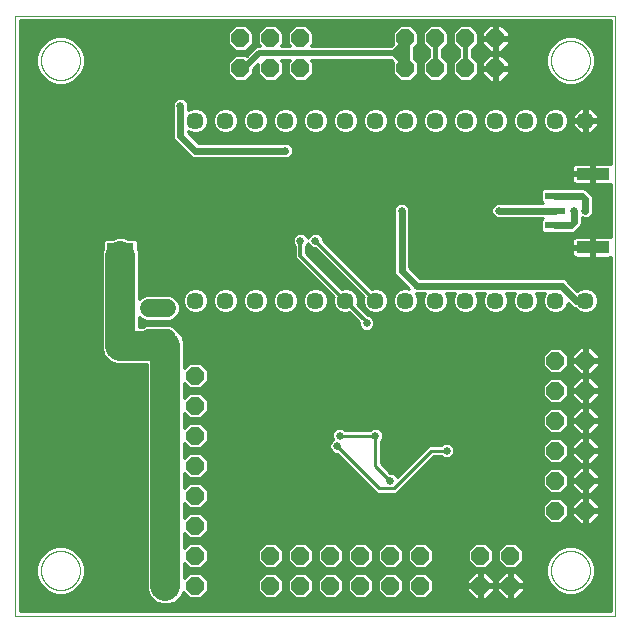
<source format=gbl>
G75*
%MOIN*%
%OFA0B0*%
%FSLAX25Y25*%
%IPPOS*%
%LPD*%
%AMOC8*
5,1,8,0,0,1.08239X$1,22.5*
%
%ADD10C,0.00300*%
%ADD11OC8,0.06000*%
%ADD12C,0.00000*%
%ADD13R,0.09000X0.09000*%
%ADD14C,0.06000*%
%ADD15C,0.05700*%
%ADD16R,0.06693X0.02362*%
%ADD17R,0.10630X0.03937*%
%ADD18C,0.01000*%
%ADD19C,0.02578*%
%ADD20C,0.10000*%
%ADD21C,0.02400*%
%ADD22C,0.01600*%
%ADD23C,0.01200*%
%ADD24C,0.03200*%
%ADD25C,0.02000*%
D10*
X0430000Y0315000D02*
X0430000Y0515000D01*
X0630000Y0515000D01*
X0630000Y0315000D01*
X0430000Y0315000D01*
D11*
X0470000Y0325000D03*
X0470000Y0335000D03*
X0470000Y0345000D03*
X0480000Y0345000D03*
X0480000Y0335000D03*
X0480000Y0325000D03*
X0490000Y0325000D03*
X0490000Y0335000D03*
X0490000Y0345000D03*
X0490000Y0355000D03*
X0490000Y0365000D03*
X0490000Y0375000D03*
X0480000Y0375000D03*
X0480000Y0365000D03*
X0480000Y0355000D03*
X0470000Y0355000D03*
X0470000Y0365000D03*
X0470000Y0375000D03*
X0470000Y0385000D03*
X0470000Y0395000D03*
X0480000Y0395000D03*
X0480000Y0385000D03*
X0490000Y0385000D03*
X0490000Y0395000D03*
X0515000Y0335000D03*
X0515000Y0325000D03*
X0525000Y0325000D03*
X0525000Y0335000D03*
X0535000Y0335000D03*
X0535000Y0325000D03*
X0545000Y0325000D03*
X0545000Y0335000D03*
X0555000Y0335000D03*
X0555000Y0325000D03*
X0565000Y0325000D03*
X0565000Y0335000D03*
X0585000Y0335000D03*
X0585000Y0325000D03*
X0595000Y0325000D03*
X0595000Y0335000D03*
X0610000Y0350000D03*
X0610000Y0360000D03*
X0620000Y0360000D03*
X0620000Y0350000D03*
X0620000Y0370000D03*
X0620000Y0380000D03*
X0620000Y0390000D03*
X0610000Y0390000D03*
X0610000Y0380000D03*
X0610000Y0370000D03*
X0610000Y0400000D03*
X0620000Y0400000D03*
X0590000Y0497500D03*
X0590000Y0507500D03*
X0580000Y0507500D03*
X0580000Y0497500D03*
X0570000Y0497500D03*
X0570000Y0507500D03*
X0560000Y0507500D03*
X0560000Y0497500D03*
X0525000Y0497500D03*
X0525000Y0507500D03*
X0515000Y0507500D03*
X0515000Y0497500D03*
X0505000Y0497500D03*
X0505000Y0507500D03*
D12*
X0438500Y0500000D02*
X0438502Y0500161D01*
X0438508Y0500321D01*
X0438518Y0500482D01*
X0438532Y0500642D01*
X0438550Y0500802D01*
X0438571Y0500961D01*
X0438597Y0501120D01*
X0438627Y0501278D01*
X0438660Y0501435D01*
X0438698Y0501592D01*
X0438739Y0501747D01*
X0438784Y0501901D01*
X0438833Y0502054D01*
X0438886Y0502206D01*
X0438942Y0502357D01*
X0439003Y0502506D01*
X0439066Y0502654D01*
X0439134Y0502800D01*
X0439205Y0502944D01*
X0439279Y0503086D01*
X0439357Y0503227D01*
X0439439Y0503365D01*
X0439524Y0503502D01*
X0439612Y0503636D01*
X0439704Y0503768D01*
X0439799Y0503898D01*
X0439897Y0504026D01*
X0439998Y0504151D01*
X0440102Y0504273D01*
X0440209Y0504393D01*
X0440319Y0504510D01*
X0440432Y0504625D01*
X0440548Y0504736D01*
X0440667Y0504845D01*
X0440788Y0504950D01*
X0440912Y0505053D01*
X0441038Y0505153D01*
X0441166Y0505249D01*
X0441297Y0505342D01*
X0441431Y0505432D01*
X0441566Y0505519D01*
X0441704Y0505602D01*
X0441843Y0505682D01*
X0441985Y0505758D01*
X0442128Y0505831D01*
X0442273Y0505900D01*
X0442420Y0505966D01*
X0442568Y0506028D01*
X0442718Y0506086D01*
X0442869Y0506141D01*
X0443022Y0506192D01*
X0443176Y0506239D01*
X0443331Y0506282D01*
X0443487Y0506321D01*
X0443643Y0506357D01*
X0443801Y0506388D01*
X0443959Y0506416D01*
X0444118Y0506440D01*
X0444278Y0506460D01*
X0444438Y0506476D01*
X0444598Y0506488D01*
X0444759Y0506496D01*
X0444920Y0506500D01*
X0445080Y0506500D01*
X0445241Y0506496D01*
X0445402Y0506488D01*
X0445562Y0506476D01*
X0445722Y0506460D01*
X0445882Y0506440D01*
X0446041Y0506416D01*
X0446199Y0506388D01*
X0446357Y0506357D01*
X0446513Y0506321D01*
X0446669Y0506282D01*
X0446824Y0506239D01*
X0446978Y0506192D01*
X0447131Y0506141D01*
X0447282Y0506086D01*
X0447432Y0506028D01*
X0447580Y0505966D01*
X0447727Y0505900D01*
X0447872Y0505831D01*
X0448015Y0505758D01*
X0448157Y0505682D01*
X0448296Y0505602D01*
X0448434Y0505519D01*
X0448569Y0505432D01*
X0448703Y0505342D01*
X0448834Y0505249D01*
X0448962Y0505153D01*
X0449088Y0505053D01*
X0449212Y0504950D01*
X0449333Y0504845D01*
X0449452Y0504736D01*
X0449568Y0504625D01*
X0449681Y0504510D01*
X0449791Y0504393D01*
X0449898Y0504273D01*
X0450002Y0504151D01*
X0450103Y0504026D01*
X0450201Y0503898D01*
X0450296Y0503768D01*
X0450388Y0503636D01*
X0450476Y0503502D01*
X0450561Y0503365D01*
X0450643Y0503227D01*
X0450721Y0503086D01*
X0450795Y0502944D01*
X0450866Y0502800D01*
X0450934Y0502654D01*
X0450997Y0502506D01*
X0451058Y0502357D01*
X0451114Y0502206D01*
X0451167Y0502054D01*
X0451216Y0501901D01*
X0451261Y0501747D01*
X0451302Y0501592D01*
X0451340Y0501435D01*
X0451373Y0501278D01*
X0451403Y0501120D01*
X0451429Y0500961D01*
X0451450Y0500802D01*
X0451468Y0500642D01*
X0451482Y0500482D01*
X0451492Y0500321D01*
X0451498Y0500161D01*
X0451500Y0500000D01*
X0451498Y0499839D01*
X0451492Y0499679D01*
X0451482Y0499518D01*
X0451468Y0499358D01*
X0451450Y0499198D01*
X0451429Y0499039D01*
X0451403Y0498880D01*
X0451373Y0498722D01*
X0451340Y0498565D01*
X0451302Y0498408D01*
X0451261Y0498253D01*
X0451216Y0498099D01*
X0451167Y0497946D01*
X0451114Y0497794D01*
X0451058Y0497643D01*
X0450997Y0497494D01*
X0450934Y0497346D01*
X0450866Y0497200D01*
X0450795Y0497056D01*
X0450721Y0496914D01*
X0450643Y0496773D01*
X0450561Y0496635D01*
X0450476Y0496498D01*
X0450388Y0496364D01*
X0450296Y0496232D01*
X0450201Y0496102D01*
X0450103Y0495974D01*
X0450002Y0495849D01*
X0449898Y0495727D01*
X0449791Y0495607D01*
X0449681Y0495490D01*
X0449568Y0495375D01*
X0449452Y0495264D01*
X0449333Y0495155D01*
X0449212Y0495050D01*
X0449088Y0494947D01*
X0448962Y0494847D01*
X0448834Y0494751D01*
X0448703Y0494658D01*
X0448569Y0494568D01*
X0448434Y0494481D01*
X0448296Y0494398D01*
X0448157Y0494318D01*
X0448015Y0494242D01*
X0447872Y0494169D01*
X0447727Y0494100D01*
X0447580Y0494034D01*
X0447432Y0493972D01*
X0447282Y0493914D01*
X0447131Y0493859D01*
X0446978Y0493808D01*
X0446824Y0493761D01*
X0446669Y0493718D01*
X0446513Y0493679D01*
X0446357Y0493643D01*
X0446199Y0493612D01*
X0446041Y0493584D01*
X0445882Y0493560D01*
X0445722Y0493540D01*
X0445562Y0493524D01*
X0445402Y0493512D01*
X0445241Y0493504D01*
X0445080Y0493500D01*
X0444920Y0493500D01*
X0444759Y0493504D01*
X0444598Y0493512D01*
X0444438Y0493524D01*
X0444278Y0493540D01*
X0444118Y0493560D01*
X0443959Y0493584D01*
X0443801Y0493612D01*
X0443643Y0493643D01*
X0443487Y0493679D01*
X0443331Y0493718D01*
X0443176Y0493761D01*
X0443022Y0493808D01*
X0442869Y0493859D01*
X0442718Y0493914D01*
X0442568Y0493972D01*
X0442420Y0494034D01*
X0442273Y0494100D01*
X0442128Y0494169D01*
X0441985Y0494242D01*
X0441843Y0494318D01*
X0441704Y0494398D01*
X0441566Y0494481D01*
X0441431Y0494568D01*
X0441297Y0494658D01*
X0441166Y0494751D01*
X0441038Y0494847D01*
X0440912Y0494947D01*
X0440788Y0495050D01*
X0440667Y0495155D01*
X0440548Y0495264D01*
X0440432Y0495375D01*
X0440319Y0495490D01*
X0440209Y0495607D01*
X0440102Y0495727D01*
X0439998Y0495849D01*
X0439897Y0495974D01*
X0439799Y0496102D01*
X0439704Y0496232D01*
X0439612Y0496364D01*
X0439524Y0496498D01*
X0439439Y0496635D01*
X0439357Y0496773D01*
X0439279Y0496914D01*
X0439205Y0497056D01*
X0439134Y0497200D01*
X0439066Y0497346D01*
X0439003Y0497494D01*
X0438942Y0497643D01*
X0438886Y0497794D01*
X0438833Y0497946D01*
X0438784Y0498099D01*
X0438739Y0498253D01*
X0438698Y0498408D01*
X0438660Y0498565D01*
X0438627Y0498722D01*
X0438597Y0498880D01*
X0438571Y0499039D01*
X0438550Y0499198D01*
X0438532Y0499358D01*
X0438518Y0499518D01*
X0438508Y0499679D01*
X0438502Y0499839D01*
X0438500Y0500000D01*
X0608500Y0500000D02*
X0608502Y0500161D01*
X0608508Y0500321D01*
X0608518Y0500482D01*
X0608532Y0500642D01*
X0608550Y0500802D01*
X0608571Y0500961D01*
X0608597Y0501120D01*
X0608627Y0501278D01*
X0608660Y0501435D01*
X0608698Y0501592D01*
X0608739Y0501747D01*
X0608784Y0501901D01*
X0608833Y0502054D01*
X0608886Y0502206D01*
X0608942Y0502357D01*
X0609003Y0502506D01*
X0609066Y0502654D01*
X0609134Y0502800D01*
X0609205Y0502944D01*
X0609279Y0503086D01*
X0609357Y0503227D01*
X0609439Y0503365D01*
X0609524Y0503502D01*
X0609612Y0503636D01*
X0609704Y0503768D01*
X0609799Y0503898D01*
X0609897Y0504026D01*
X0609998Y0504151D01*
X0610102Y0504273D01*
X0610209Y0504393D01*
X0610319Y0504510D01*
X0610432Y0504625D01*
X0610548Y0504736D01*
X0610667Y0504845D01*
X0610788Y0504950D01*
X0610912Y0505053D01*
X0611038Y0505153D01*
X0611166Y0505249D01*
X0611297Y0505342D01*
X0611431Y0505432D01*
X0611566Y0505519D01*
X0611704Y0505602D01*
X0611843Y0505682D01*
X0611985Y0505758D01*
X0612128Y0505831D01*
X0612273Y0505900D01*
X0612420Y0505966D01*
X0612568Y0506028D01*
X0612718Y0506086D01*
X0612869Y0506141D01*
X0613022Y0506192D01*
X0613176Y0506239D01*
X0613331Y0506282D01*
X0613487Y0506321D01*
X0613643Y0506357D01*
X0613801Y0506388D01*
X0613959Y0506416D01*
X0614118Y0506440D01*
X0614278Y0506460D01*
X0614438Y0506476D01*
X0614598Y0506488D01*
X0614759Y0506496D01*
X0614920Y0506500D01*
X0615080Y0506500D01*
X0615241Y0506496D01*
X0615402Y0506488D01*
X0615562Y0506476D01*
X0615722Y0506460D01*
X0615882Y0506440D01*
X0616041Y0506416D01*
X0616199Y0506388D01*
X0616357Y0506357D01*
X0616513Y0506321D01*
X0616669Y0506282D01*
X0616824Y0506239D01*
X0616978Y0506192D01*
X0617131Y0506141D01*
X0617282Y0506086D01*
X0617432Y0506028D01*
X0617580Y0505966D01*
X0617727Y0505900D01*
X0617872Y0505831D01*
X0618015Y0505758D01*
X0618157Y0505682D01*
X0618296Y0505602D01*
X0618434Y0505519D01*
X0618569Y0505432D01*
X0618703Y0505342D01*
X0618834Y0505249D01*
X0618962Y0505153D01*
X0619088Y0505053D01*
X0619212Y0504950D01*
X0619333Y0504845D01*
X0619452Y0504736D01*
X0619568Y0504625D01*
X0619681Y0504510D01*
X0619791Y0504393D01*
X0619898Y0504273D01*
X0620002Y0504151D01*
X0620103Y0504026D01*
X0620201Y0503898D01*
X0620296Y0503768D01*
X0620388Y0503636D01*
X0620476Y0503502D01*
X0620561Y0503365D01*
X0620643Y0503227D01*
X0620721Y0503086D01*
X0620795Y0502944D01*
X0620866Y0502800D01*
X0620934Y0502654D01*
X0620997Y0502506D01*
X0621058Y0502357D01*
X0621114Y0502206D01*
X0621167Y0502054D01*
X0621216Y0501901D01*
X0621261Y0501747D01*
X0621302Y0501592D01*
X0621340Y0501435D01*
X0621373Y0501278D01*
X0621403Y0501120D01*
X0621429Y0500961D01*
X0621450Y0500802D01*
X0621468Y0500642D01*
X0621482Y0500482D01*
X0621492Y0500321D01*
X0621498Y0500161D01*
X0621500Y0500000D01*
X0621498Y0499839D01*
X0621492Y0499679D01*
X0621482Y0499518D01*
X0621468Y0499358D01*
X0621450Y0499198D01*
X0621429Y0499039D01*
X0621403Y0498880D01*
X0621373Y0498722D01*
X0621340Y0498565D01*
X0621302Y0498408D01*
X0621261Y0498253D01*
X0621216Y0498099D01*
X0621167Y0497946D01*
X0621114Y0497794D01*
X0621058Y0497643D01*
X0620997Y0497494D01*
X0620934Y0497346D01*
X0620866Y0497200D01*
X0620795Y0497056D01*
X0620721Y0496914D01*
X0620643Y0496773D01*
X0620561Y0496635D01*
X0620476Y0496498D01*
X0620388Y0496364D01*
X0620296Y0496232D01*
X0620201Y0496102D01*
X0620103Y0495974D01*
X0620002Y0495849D01*
X0619898Y0495727D01*
X0619791Y0495607D01*
X0619681Y0495490D01*
X0619568Y0495375D01*
X0619452Y0495264D01*
X0619333Y0495155D01*
X0619212Y0495050D01*
X0619088Y0494947D01*
X0618962Y0494847D01*
X0618834Y0494751D01*
X0618703Y0494658D01*
X0618569Y0494568D01*
X0618434Y0494481D01*
X0618296Y0494398D01*
X0618157Y0494318D01*
X0618015Y0494242D01*
X0617872Y0494169D01*
X0617727Y0494100D01*
X0617580Y0494034D01*
X0617432Y0493972D01*
X0617282Y0493914D01*
X0617131Y0493859D01*
X0616978Y0493808D01*
X0616824Y0493761D01*
X0616669Y0493718D01*
X0616513Y0493679D01*
X0616357Y0493643D01*
X0616199Y0493612D01*
X0616041Y0493584D01*
X0615882Y0493560D01*
X0615722Y0493540D01*
X0615562Y0493524D01*
X0615402Y0493512D01*
X0615241Y0493504D01*
X0615080Y0493500D01*
X0614920Y0493500D01*
X0614759Y0493504D01*
X0614598Y0493512D01*
X0614438Y0493524D01*
X0614278Y0493540D01*
X0614118Y0493560D01*
X0613959Y0493584D01*
X0613801Y0493612D01*
X0613643Y0493643D01*
X0613487Y0493679D01*
X0613331Y0493718D01*
X0613176Y0493761D01*
X0613022Y0493808D01*
X0612869Y0493859D01*
X0612718Y0493914D01*
X0612568Y0493972D01*
X0612420Y0494034D01*
X0612273Y0494100D01*
X0612128Y0494169D01*
X0611985Y0494242D01*
X0611843Y0494318D01*
X0611704Y0494398D01*
X0611566Y0494481D01*
X0611431Y0494568D01*
X0611297Y0494658D01*
X0611166Y0494751D01*
X0611038Y0494847D01*
X0610912Y0494947D01*
X0610788Y0495050D01*
X0610667Y0495155D01*
X0610548Y0495264D01*
X0610432Y0495375D01*
X0610319Y0495490D01*
X0610209Y0495607D01*
X0610102Y0495727D01*
X0609998Y0495849D01*
X0609897Y0495974D01*
X0609799Y0496102D01*
X0609704Y0496232D01*
X0609612Y0496364D01*
X0609524Y0496498D01*
X0609439Y0496635D01*
X0609357Y0496773D01*
X0609279Y0496914D01*
X0609205Y0497056D01*
X0609134Y0497200D01*
X0609066Y0497346D01*
X0609003Y0497494D01*
X0608942Y0497643D01*
X0608886Y0497794D01*
X0608833Y0497946D01*
X0608784Y0498099D01*
X0608739Y0498253D01*
X0608698Y0498408D01*
X0608660Y0498565D01*
X0608627Y0498722D01*
X0608597Y0498880D01*
X0608571Y0499039D01*
X0608550Y0499198D01*
X0608532Y0499358D01*
X0608518Y0499518D01*
X0608508Y0499679D01*
X0608502Y0499839D01*
X0608500Y0500000D01*
X0608500Y0330000D02*
X0608502Y0330161D01*
X0608508Y0330321D01*
X0608518Y0330482D01*
X0608532Y0330642D01*
X0608550Y0330802D01*
X0608571Y0330961D01*
X0608597Y0331120D01*
X0608627Y0331278D01*
X0608660Y0331435D01*
X0608698Y0331592D01*
X0608739Y0331747D01*
X0608784Y0331901D01*
X0608833Y0332054D01*
X0608886Y0332206D01*
X0608942Y0332357D01*
X0609003Y0332506D01*
X0609066Y0332654D01*
X0609134Y0332800D01*
X0609205Y0332944D01*
X0609279Y0333086D01*
X0609357Y0333227D01*
X0609439Y0333365D01*
X0609524Y0333502D01*
X0609612Y0333636D01*
X0609704Y0333768D01*
X0609799Y0333898D01*
X0609897Y0334026D01*
X0609998Y0334151D01*
X0610102Y0334273D01*
X0610209Y0334393D01*
X0610319Y0334510D01*
X0610432Y0334625D01*
X0610548Y0334736D01*
X0610667Y0334845D01*
X0610788Y0334950D01*
X0610912Y0335053D01*
X0611038Y0335153D01*
X0611166Y0335249D01*
X0611297Y0335342D01*
X0611431Y0335432D01*
X0611566Y0335519D01*
X0611704Y0335602D01*
X0611843Y0335682D01*
X0611985Y0335758D01*
X0612128Y0335831D01*
X0612273Y0335900D01*
X0612420Y0335966D01*
X0612568Y0336028D01*
X0612718Y0336086D01*
X0612869Y0336141D01*
X0613022Y0336192D01*
X0613176Y0336239D01*
X0613331Y0336282D01*
X0613487Y0336321D01*
X0613643Y0336357D01*
X0613801Y0336388D01*
X0613959Y0336416D01*
X0614118Y0336440D01*
X0614278Y0336460D01*
X0614438Y0336476D01*
X0614598Y0336488D01*
X0614759Y0336496D01*
X0614920Y0336500D01*
X0615080Y0336500D01*
X0615241Y0336496D01*
X0615402Y0336488D01*
X0615562Y0336476D01*
X0615722Y0336460D01*
X0615882Y0336440D01*
X0616041Y0336416D01*
X0616199Y0336388D01*
X0616357Y0336357D01*
X0616513Y0336321D01*
X0616669Y0336282D01*
X0616824Y0336239D01*
X0616978Y0336192D01*
X0617131Y0336141D01*
X0617282Y0336086D01*
X0617432Y0336028D01*
X0617580Y0335966D01*
X0617727Y0335900D01*
X0617872Y0335831D01*
X0618015Y0335758D01*
X0618157Y0335682D01*
X0618296Y0335602D01*
X0618434Y0335519D01*
X0618569Y0335432D01*
X0618703Y0335342D01*
X0618834Y0335249D01*
X0618962Y0335153D01*
X0619088Y0335053D01*
X0619212Y0334950D01*
X0619333Y0334845D01*
X0619452Y0334736D01*
X0619568Y0334625D01*
X0619681Y0334510D01*
X0619791Y0334393D01*
X0619898Y0334273D01*
X0620002Y0334151D01*
X0620103Y0334026D01*
X0620201Y0333898D01*
X0620296Y0333768D01*
X0620388Y0333636D01*
X0620476Y0333502D01*
X0620561Y0333365D01*
X0620643Y0333227D01*
X0620721Y0333086D01*
X0620795Y0332944D01*
X0620866Y0332800D01*
X0620934Y0332654D01*
X0620997Y0332506D01*
X0621058Y0332357D01*
X0621114Y0332206D01*
X0621167Y0332054D01*
X0621216Y0331901D01*
X0621261Y0331747D01*
X0621302Y0331592D01*
X0621340Y0331435D01*
X0621373Y0331278D01*
X0621403Y0331120D01*
X0621429Y0330961D01*
X0621450Y0330802D01*
X0621468Y0330642D01*
X0621482Y0330482D01*
X0621492Y0330321D01*
X0621498Y0330161D01*
X0621500Y0330000D01*
X0621498Y0329839D01*
X0621492Y0329679D01*
X0621482Y0329518D01*
X0621468Y0329358D01*
X0621450Y0329198D01*
X0621429Y0329039D01*
X0621403Y0328880D01*
X0621373Y0328722D01*
X0621340Y0328565D01*
X0621302Y0328408D01*
X0621261Y0328253D01*
X0621216Y0328099D01*
X0621167Y0327946D01*
X0621114Y0327794D01*
X0621058Y0327643D01*
X0620997Y0327494D01*
X0620934Y0327346D01*
X0620866Y0327200D01*
X0620795Y0327056D01*
X0620721Y0326914D01*
X0620643Y0326773D01*
X0620561Y0326635D01*
X0620476Y0326498D01*
X0620388Y0326364D01*
X0620296Y0326232D01*
X0620201Y0326102D01*
X0620103Y0325974D01*
X0620002Y0325849D01*
X0619898Y0325727D01*
X0619791Y0325607D01*
X0619681Y0325490D01*
X0619568Y0325375D01*
X0619452Y0325264D01*
X0619333Y0325155D01*
X0619212Y0325050D01*
X0619088Y0324947D01*
X0618962Y0324847D01*
X0618834Y0324751D01*
X0618703Y0324658D01*
X0618569Y0324568D01*
X0618434Y0324481D01*
X0618296Y0324398D01*
X0618157Y0324318D01*
X0618015Y0324242D01*
X0617872Y0324169D01*
X0617727Y0324100D01*
X0617580Y0324034D01*
X0617432Y0323972D01*
X0617282Y0323914D01*
X0617131Y0323859D01*
X0616978Y0323808D01*
X0616824Y0323761D01*
X0616669Y0323718D01*
X0616513Y0323679D01*
X0616357Y0323643D01*
X0616199Y0323612D01*
X0616041Y0323584D01*
X0615882Y0323560D01*
X0615722Y0323540D01*
X0615562Y0323524D01*
X0615402Y0323512D01*
X0615241Y0323504D01*
X0615080Y0323500D01*
X0614920Y0323500D01*
X0614759Y0323504D01*
X0614598Y0323512D01*
X0614438Y0323524D01*
X0614278Y0323540D01*
X0614118Y0323560D01*
X0613959Y0323584D01*
X0613801Y0323612D01*
X0613643Y0323643D01*
X0613487Y0323679D01*
X0613331Y0323718D01*
X0613176Y0323761D01*
X0613022Y0323808D01*
X0612869Y0323859D01*
X0612718Y0323914D01*
X0612568Y0323972D01*
X0612420Y0324034D01*
X0612273Y0324100D01*
X0612128Y0324169D01*
X0611985Y0324242D01*
X0611843Y0324318D01*
X0611704Y0324398D01*
X0611566Y0324481D01*
X0611431Y0324568D01*
X0611297Y0324658D01*
X0611166Y0324751D01*
X0611038Y0324847D01*
X0610912Y0324947D01*
X0610788Y0325050D01*
X0610667Y0325155D01*
X0610548Y0325264D01*
X0610432Y0325375D01*
X0610319Y0325490D01*
X0610209Y0325607D01*
X0610102Y0325727D01*
X0609998Y0325849D01*
X0609897Y0325974D01*
X0609799Y0326102D01*
X0609704Y0326232D01*
X0609612Y0326364D01*
X0609524Y0326498D01*
X0609439Y0326635D01*
X0609357Y0326773D01*
X0609279Y0326914D01*
X0609205Y0327056D01*
X0609134Y0327200D01*
X0609066Y0327346D01*
X0609003Y0327494D01*
X0608942Y0327643D01*
X0608886Y0327794D01*
X0608833Y0327946D01*
X0608784Y0328099D01*
X0608739Y0328253D01*
X0608698Y0328408D01*
X0608660Y0328565D01*
X0608627Y0328722D01*
X0608597Y0328880D01*
X0608571Y0329039D01*
X0608550Y0329198D01*
X0608532Y0329358D01*
X0608518Y0329518D01*
X0608508Y0329679D01*
X0608502Y0329839D01*
X0608500Y0330000D01*
X0438500Y0330000D02*
X0438502Y0330161D01*
X0438508Y0330321D01*
X0438518Y0330482D01*
X0438532Y0330642D01*
X0438550Y0330802D01*
X0438571Y0330961D01*
X0438597Y0331120D01*
X0438627Y0331278D01*
X0438660Y0331435D01*
X0438698Y0331592D01*
X0438739Y0331747D01*
X0438784Y0331901D01*
X0438833Y0332054D01*
X0438886Y0332206D01*
X0438942Y0332357D01*
X0439003Y0332506D01*
X0439066Y0332654D01*
X0439134Y0332800D01*
X0439205Y0332944D01*
X0439279Y0333086D01*
X0439357Y0333227D01*
X0439439Y0333365D01*
X0439524Y0333502D01*
X0439612Y0333636D01*
X0439704Y0333768D01*
X0439799Y0333898D01*
X0439897Y0334026D01*
X0439998Y0334151D01*
X0440102Y0334273D01*
X0440209Y0334393D01*
X0440319Y0334510D01*
X0440432Y0334625D01*
X0440548Y0334736D01*
X0440667Y0334845D01*
X0440788Y0334950D01*
X0440912Y0335053D01*
X0441038Y0335153D01*
X0441166Y0335249D01*
X0441297Y0335342D01*
X0441431Y0335432D01*
X0441566Y0335519D01*
X0441704Y0335602D01*
X0441843Y0335682D01*
X0441985Y0335758D01*
X0442128Y0335831D01*
X0442273Y0335900D01*
X0442420Y0335966D01*
X0442568Y0336028D01*
X0442718Y0336086D01*
X0442869Y0336141D01*
X0443022Y0336192D01*
X0443176Y0336239D01*
X0443331Y0336282D01*
X0443487Y0336321D01*
X0443643Y0336357D01*
X0443801Y0336388D01*
X0443959Y0336416D01*
X0444118Y0336440D01*
X0444278Y0336460D01*
X0444438Y0336476D01*
X0444598Y0336488D01*
X0444759Y0336496D01*
X0444920Y0336500D01*
X0445080Y0336500D01*
X0445241Y0336496D01*
X0445402Y0336488D01*
X0445562Y0336476D01*
X0445722Y0336460D01*
X0445882Y0336440D01*
X0446041Y0336416D01*
X0446199Y0336388D01*
X0446357Y0336357D01*
X0446513Y0336321D01*
X0446669Y0336282D01*
X0446824Y0336239D01*
X0446978Y0336192D01*
X0447131Y0336141D01*
X0447282Y0336086D01*
X0447432Y0336028D01*
X0447580Y0335966D01*
X0447727Y0335900D01*
X0447872Y0335831D01*
X0448015Y0335758D01*
X0448157Y0335682D01*
X0448296Y0335602D01*
X0448434Y0335519D01*
X0448569Y0335432D01*
X0448703Y0335342D01*
X0448834Y0335249D01*
X0448962Y0335153D01*
X0449088Y0335053D01*
X0449212Y0334950D01*
X0449333Y0334845D01*
X0449452Y0334736D01*
X0449568Y0334625D01*
X0449681Y0334510D01*
X0449791Y0334393D01*
X0449898Y0334273D01*
X0450002Y0334151D01*
X0450103Y0334026D01*
X0450201Y0333898D01*
X0450296Y0333768D01*
X0450388Y0333636D01*
X0450476Y0333502D01*
X0450561Y0333365D01*
X0450643Y0333227D01*
X0450721Y0333086D01*
X0450795Y0332944D01*
X0450866Y0332800D01*
X0450934Y0332654D01*
X0450997Y0332506D01*
X0451058Y0332357D01*
X0451114Y0332206D01*
X0451167Y0332054D01*
X0451216Y0331901D01*
X0451261Y0331747D01*
X0451302Y0331592D01*
X0451340Y0331435D01*
X0451373Y0331278D01*
X0451403Y0331120D01*
X0451429Y0330961D01*
X0451450Y0330802D01*
X0451468Y0330642D01*
X0451482Y0330482D01*
X0451492Y0330321D01*
X0451498Y0330161D01*
X0451500Y0330000D01*
X0451498Y0329839D01*
X0451492Y0329679D01*
X0451482Y0329518D01*
X0451468Y0329358D01*
X0451450Y0329198D01*
X0451429Y0329039D01*
X0451403Y0328880D01*
X0451373Y0328722D01*
X0451340Y0328565D01*
X0451302Y0328408D01*
X0451261Y0328253D01*
X0451216Y0328099D01*
X0451167Y0327946D01*
X0451114Y0327794D01*
X0451058Y0327643D01*
X0450997Y0327494D01*
X0450934Y0327346D01*
X0450866Y0327200D01*
X0450795Y0327056D01*
X0450721Y0326914D01*
X0450643Y0326773D01*
X0450561Y0326635D01*
X0450476Y0326498D01*
X0450388Y0326364D01*
X0450296Y0326232D01*
X0450201Y0326102D01*
X0450103Y0325974D01*
X0450002Y0325849D01*
X0449898Y0325727D01*
X0449791Y0325607D01*
X0449681Y0325490D01*
X0449568Y0325375D01*
X0449452Y0325264D01*
X0449333Y0325155D01*
X0449212Y0325050D01*
X0449088Y0324947D01*
X0448962Y0324847D01*
X0448834Y0324751D01*
X0448703Y0324658D01*
X0448569Y0324568D01*
X0448434Y0324481D01*
X0448296Y0324398D01*
X0448157Y0324318D01*
X0448015Y0324242D01*
X0447872Y0324169D01*
X0447727Y0324100D01*
X0447580Y0324034D01*
X0447432Y0323972D01*
X0447282Y0323914D01*
X0447131Y0323859D01*
X0446978Y0323808D01*
X0446824Y0323761D01*
X0446669Y0323718D01*
X0446513Y0323679D01*
X0446357Y0323643D01*
X0446199Y0323612D01*
X0446041Y0323584D01*
X0445882Y0323560D01*
X0445722Y0323540D01*
X0445562Y0323524D01*
X0445402Y0323512D01*
X0445241Y0323504D01*
X0445080Y0323500D01*
X0444920Y0323500D01*
X0444759Y0323504D01*
X0444598Y0323512D01*
X0444438Y0323524D01*
X0444278Y0323540D01*
X0444118Y0323560D01*
X0443959Y0323584D01*
X0443801Y0323612D01*
X0443643Y0323643D01*
X0443487Y0323679D01*
X0443331Y0323718D01*
X0443176Y0323761D01*
X0443022Y0323808D01*
X0442869Y0323859D01*
X0442718Y0323914D01*
X0442568Y0323972D01*
X0442420Y0324034D01*
X0442273Y0324100D01*
X0442128Y0324169D01*
X0441985Y0324242D01*
X0441843Y0324318D01*
X0441704Y0324398D01*
X0441566Y0324481D01*
X0441431Y0324568D01*
X0441297Y0324658D01*
X0441166Y0324751D01*
X0441038Y0324847D01*
X0440912Y0324947D01*
X0440788Y0325050D01*
X0440667Y0325155D01*
X0440548Y0325264D01*
X0440432Y0325375D01*
X0440319Y0325490D01*
X0440209Y0325607D01*
X0440102Y0325727D01*
X0439998Y0325849D01*
X0439897Y0325974D01*
X0439799Y0326102D01*
X0439704Y0326232D01*
X0439612Y0326364D01*
X0439524Y0326498D01*
X0439439Y0326635D01*
X0439357Y0326773D01*
X0439279Y0326914D01*
X0439205Y0327056D01*
X0439134Y0327200D01*
X0439066Y0327346D01*
X0439003Y0327494D01*
X0438942Y0327643D01*
X0438886Y0327794D01*
X0438833Y0327946D01*
X0438784Y0328099D01*
X0438739Y0328253D01*
X0438698Y0328408D01*
X0438660Y0328565D01*
X0438627Y0328722D01*
X0438597Y0328880D01*
X0438571Y0329039D01*
X0438550Y0329198D01*
X0438532Y0329358D01*
X0438518Y0329518D01*
X0438508Y0329679D01*
X0438502Y0329839D01*
X0438500Y0330000D01*
D13*
X0465000Y0434775D03*
X0465000Y0456475D03*
D14*
X0474500Y0417500D02*
X0480500Y0417500D01*
X0480500Y0407500D02*
X0474500Y0407500D01*
D15*
X0490000Y0420000D03*
X0500000Y0420000D03*
X0510000Y0420000D03*
X0520000Y0420000D03*
X0530000Y0420000D03*
X0540000Y0420000D03*
X0550000Y0420000D03*
X0560000Y0420000D03*
X0570000Y0420000D03*
X0580000Y0420000D03*
X0590000Y0420000D03*
X0600000Y0420000D03*
X0610000Y0420000D03*
X0620000Y0420000D03*
X0620000Y0480000D03*
X0610000Y0480000D03*
X0600000Y0480000D03*
X0590000Y0480000D03*
X0580000Y0480000D03*
X0570000Y0480000D03*
X0560000Y0480000D03*
X0550000Y0480000D03*
X0540000Y0480000D03*
X0530000Y0480000D03*
X0520000Y0480000D03*
X0510000Y0480000D03*
X0500000Y0480000D03*
X0490000Y0480000D03*
D16*
X0609779Y0454921D03*
X0609779Y0450000D03*
X0609779Y0445079D03*
D17*
X0622377Y0437795D03*
X0622377Y0462205D03*
D18*
X0621893Y0462318D02*
X0470174Y0462318D01*
X0470079Y0462373D02*
X0469697Y0462475D01*
X0465500Y0462475D01*
X0465500Y0456975D01*
X0471000Y0456975D01*
X0471000Y0461172D01*
X0470898Y0461554D01*
X0470700Y0461896D01*
X0470421Y0462175D01*
X0470079Y0462373D01*
X0470961Y0461320D02*
X0615562Y0461320D01*
X0615562Y0461720D02*
X0615562Y0460039D01*
X0615664Y0459657D01*
X0615862Y0459315D01*
X0616141Y0459036D01*
X0616483Y0458838D01*
X0616865Y0458736D01*
X0621893Y0458736D01*
X0621893Y0461720D01*
X0622861Y0461720D01*
X0622861Y0458736D01*
X0627889Y0458736D01*
X0628271Y0458838D01*
X0628350Y0458884D01*
X0628350Y0441116D01*
X0628271Y0441162D01*
X0627889Y0441264D01*
X0622861Y0441264D01*
X0622861Y0438280D01*
X0621893Y0438280D01*
X0621893Y0441264D01*
X0616865Y0441264D01*
X0616483Y0441162D01*
X0616141Y0440964D01*
X0615862Y0440685D01*
X0615664Y0440343D01*
X0615562Y0439961D01*
X0615562Y0438280D01*
X0621893Y0438280D01*
X0621893Y0437311D01*
X0622861Y0437311D01*
X0622861Y0434327D01*
X0627889Y0434327D01*
X0628271Y0434429D01*
X0628350Y0434475D01*
X0628350Y0316650D01*
X0431650Y0316650D01*
X0431650Y0513350D01*
X0628350Y0513350D01*
X0628350Y0465525D01*
X0628271Y0465571D01*
X0627889Y0465673D01*
X0622861Y0465673D01*
X0622861Y0462689D01*
X0621893Y0462689D01*
X0621893Y0465673D01*
X0616865Y0465673D01*
X0616483Y0465571D01*
X0616141Y0465374D01*
X0615862Y0465094D01*
X0615664Y0464752D01*
X0615562Y0464371D01*
X0615562Y0462689D01*
X0621893Y0462689D01*
X0621893Y0461720D01*
X0615562Y0461720D01*
X0615562Y0460321D02*
X0471000Y0460321D01*
X0471000Y0459323D02*
X0615857Y0459323D01*
X0619326Y0457421D02*
X0609281Y0457421D01*
X0609236Y0457402D01*
X0605894Y0457402D01*
X0605132Y0456641D01*
X0605132Y0453202D01*
X0605834Y0452500D01*
X0591980Y0452500D01*
X0591765Y0452589D01*
X0590735Y0452589D01*
X0589783Y0452195D01*
X0589055Y0451467D01*
X0588661Y0450515D01*
X0588661Y0449485D01*
X0589055Y0448533D01*
X0589783Y0447805D01*
X0590735Y0447411D01*
X0591765Y0447411D01*
X0591980Y0447500D01*
X0605834Y0447500D01*
X0605132Y0446798D01*
X0605132Y0443359D01*
X0605894Y0442598D01*
X0609236Y0442598D01*
X0609281Y0442579D01*
X0615576Y0442579D01*
X0616495Y0442959D01*
X0618369Y0444834D01*
X0618750Y0445753D01*
X0618750Y0447715D01*
X0619485Y0447411D01*
X0620515Y0447411D01*
X0621467Y0447805D01*
X0622195Y0448533D01*
X0622589Y0449485D01*
X0622589Y0450515D01*
X0622500Y0450730D01*
X0622500Y0454247D01*
X0622119Y0455166D01*
X0621416Y0455869D01*
X0620245Y0457041D01*
X0619326Y0457421D01*
X0619557Y0457326D02*
X0628350Y0457326D01*
X0628350Y0458324D02*
X0471000Y0458324D01*
X0471000Y0457326D02*
X0605817Y0457326D01*
X0605132Y0456327D02*
X0465500Y0456327D01*
X0465500Y0455975D02*
X0465500Y0456975D01*
X0464500Y0456975D01*
X0464500Y0462475D01*
X0460303Y0462475D01*
X0459921Y0462373D01*
X0459579Y0462175D01*
X0459300Y0461896D01*
X0459102Y0461554D01*
X0459000Y0461172D01*
X0459000Y0456975D01*
X0464500Y0456975D01*
X0464500Y0455975D01*
X0465500Y0455975D01*
X0471000Y0455975D01*
X0471000Y0451778D01*
X0470898Y0451396D01*
X0470700Y0451054D01*
X0470421Y0450775D01*
X0470079Y0450577D01*
X0469697Y0450475D01*
X0465500Y0450475D01*
X0465500Y0455975D01*
X0465500Y0455329D02*
X0464500Y0455329D01*
X0464500Y0455975D02*
X0464500Y0450475D01*
X0460303Y0450475D01*
X0459921Y0450577D01*
X0459579Y0450775D01*
X0459300Y0451054D01*
X0459102Y0451396D01*
X0459000Y0451778D01*
X0459000Y0455975D01*
X0464500Y0455975D01*
X0464500Y0456327D02*
X0431650Y0456327D01*
X0431650Y0455329D02*
X0459000Y0455329D01*
X0459000Y0454330D02*
X0431650Y0454330D01*
X0431650Y0453332D02*
X0459000Y0453332D01*
X0459000Y0452333D02*
X0431650Y0452333D01*
X0431650Y0451335D02*
X0459138Y0451335D01*
X0457500Y0451335D02*
X0472500Y0451335D01*
X0472500Y0452333D02*
X0457500Y0452333D01*
X0457500Y0453332D02*
X0472500Y0453332D01*
X0472500Y0454330D02*
X0457500Y0454330D01*
X0457500Y0455329D02*
X0472500Y0455329D01*
X0472500Y0456327D02*
X0457500Y0456327D01*
X0457500Y0457326D02*
X0472500Y0457326D01*
X0472500Y0458324D02*
X0457500Y0458324D01*
X0457500Y0459323D02*
X0472500Y0459323D01*
X0472500Y0460321D02*
X0457500Y0460321D01*
X0457500Y0461320D02*
X0472500Y0461320D01*
X0472500Y0462318D02*
X0457500Y0462318D01*
X0457500Y0462500D02*
X0472500Y0462500D01*
X0472500Y0450000D01*
X0457500Y0450000D01*
X0457500Y0462500D01*
X0459039Y0461320D02*
X0431650Y0461320D01*
X0431650Y0462318D02*
X0459826Y0462318D01*
X0459000Y0460321D02*
X0431650Y0460321D01*
X0431650Y0459323D02*
X0459000Y0459323D01*
X0459000Y0458324D02*
X0431650Y0458324D01*
X0431650Y0457326D02*
X0459000Y0457326D01*
X0464500Y0457326D02*
X0465500Y0457326D01*
X0465500Y0458324D02*
X0464500Y0458324D01*
X0464500Y0459323D02*
X0465500Y0459323D01*
X0465500Y0460321D02*
X0464500Y0460321D01*
X0464500Y0461320D02*
X0465500Y0461320D01*
X0465500Y0462318D02*
X0464500Y0462318D01*
X0464500Y0454330D02*
X0465500Y0454330D01*
X0465500Y0453332D02*
X0464500Y0453332D01*
X0464500Y0452333D02*
X0465500Y0452333D01*
X0465500Y0451335D02*
X0464500Y0451335D01*
X0470862Y0451335D02*
X0556501Y0451335D01*
X0556555Y0451467D02*
X0556161Y0450515D01*
X0556161Y0449485D01*
X0556250Y0449270D01*
X0556250Y0429503D01*
X0556631Y0428584D01*
X0557334Y0427881D01*
X0561233Y0423981D01*
X0560825Y0424150D01*
X0559175Y0424150D01*
X0557649Y0423518D01*
X0556482Y0422351D01*
X0555850Y0420825D01*
X0555850Y0419175D01*
X0556482Y0417649D01*
X0557649Y0416482D01*
X0559175Y0415850D01*
X0560825Y0415850D01*
X0562351Y0416482D01*
X0563518Y0417649D01*
X0564150Y0419175D01*
X0564150Y0420825D01*
X0563518Y0422350D01*
X0564365Y0422350D01*
X0564486Y0422400D01*
X0566531Y0422400D01*
X0566482Y0422351D01*
X0565850Y0420825D01*
X0565850Y0419175D01*
X0566482Y0417649D01*
X0567649Y0416482D01*
X0569175Y0415850D01*
X0570825Y0415850D01*
X0572351Y0416482D01*
X0573518Y0417649D01*
X0574150Y0419175D01*
X0574150Y0420825D01*
X0573518Y0422351D01*
X0573469Y0422400D01*
X0576531Y0422400D01*
X0576482Y0422351D01*
X0575850Y0420825D01*
X0575850Y0419175D01*
X0576482Y0417649D01*
X0577649Y0416482D01*
X0579175Y0415850D01*
X0580825Y0415850D01*
X0582351Y0416482D01*
X0583518Y0417649D01*
X0584150Y0419175D01*
X0584150Y0420825D01*
X0583518Y0422351D01*
X0583469Y0422400D01*
X0586531Y0422400D01*
X0586482Y0422351D01*
X0585850Y0420825D01*
X0585850Y0419175D01*
X0586482Y0417649D01*
X0587649Y0416482D01*
X0589175Y0415850D01*
X0590825Y0415850D01*
X0592351Y0416482D01*
X0593518Y0417649D01*
X0594150Y0419175D01*
X0594150Y0420825D01*
X0593518Y0422351D01*
X0593469Y0422400D01*
X0596531Y0422400D01*
X0596482Y0422351D01*
X0595850Y0420825D01*
X0595850Y0419175D01*
X0596482Y0417649D01*
X0597649Y0416482D01*
X0599175Y0415850D01*
X0600825Y0415850D01*
X0602351Y0416482D01*
X0603518Y0417649D01*
X0604150Y0419175D01*
X0604150Y0420825D01*
X0603518Y0422351D01*
X0603469Y0422400D01*
X0606531Y0422400D01*
X0606482Y0422351D01*
X0605850Y0420825D01*
X0605850Y0419175D01*
X0606482Y0417649D01*
X0607649Y0416482D01*
X0609175Y0415850D01*
X0610825Y0415850D01*
X0612351Y0416482D01*
X0613518Y0417649D01*
X0614150Y0419175D01*
X0614150Y0419244D01*
X0615514Y0417881D01*
X0616432Y0417500D01*
X0616631Y0417500D01*
X0617649Y0416482D01*
X0619175Y0415850D01*
X0620825Y0415850D01*
X0622351Y0416482D01*
X0623518Y0417649D01*
X0624150Y0419175D01*
X0624150Y0420825D01*
X0623518Y0422351D01*
X0622351Y0423518D01*
X0620825Y0424150D01*
X0619175Y0424150D01*
X0617649Y0423518D01*
X0617298Y0423167D01*
X0614149Y0426316D01*
X0614149Y0426316D01*
X0613446Y0427019D01*
X0612527Y0427400D01*
X0564886Y0427400D01*
X0561250Y0431036D01*
X0561250Y0449270D01*
X0561339Y0449485D01*
X0561339Y0450515D01*
X0560945Y0451467D01*
X0560217Y0452195D01*
X0559265Y0452589D01*
X0558235Y0452589D01*
X0557283Y0452195D01*
X0556555Y0451467D01*
X0556161Y0450336D02*
X0431650Y0450336D01*
X0431650Y0449338D02*
X0556222Y0449338D01*
X0556250Y0448339D02*
X0431650Y0448339D01*
X0431650Y0447341D02*
X0556250Y0447341D01*
X0556250Y0446342D02*
X0431650Y0446342D01*
X0431650Y0445343D02*
X0556250Y0445343D01*
X0556250Y0444345D02*
X0431650Y0444345D01*
X0431650Y0443346D02*
X0556250Y0443346D01*
X0556250Y0442348D02*
X0531097Y0442348D01*
X0531467Y0442195D02*
X0530515Y0442589D01*
X0529485Y0442589D01*
X0528533Y0442195D01*
X0527805Y0441467D01*
X0527500Y0440730D01*
X0527195Y0441467D01*
X0526467Y0442195D01*
X0525515Y0442589D01*
X0524485Y0442589D01*
X0523533Y0442195D01*
X0522805Y0441467D01*
X0522411Y0440515D01*
X0522411Y0439485D01*
X0522805Y0438533D01*
X0523100Y0438239D01*
X0523100Y0434213D01*
X0536037Y0421276D01*
X0535850Y0420825D01*
X0535850Y0419175D01*
X0536482Y0417649D01*
X0537649Y0416482D01*
X0539175Y0415850D01*
X0540825Y0415850D01*
X0541276Y0416037D01*
X0544463Y0412850D01*
X0544463Y0411985D01*
X0544857Y0411033D01*
X0545585Y0410305D01*
X0546537Y0409911D01*
X0547567Y0409911D01*
X0548518Y0410305D01*
X0549246Y0411033D01*
X0549641Y0411985D01*
X0549641Y0413015D01*
X0549246Y0413967D01*
X0548518Y0414695D01*
X0547620Y0415067D01*
X0543963Y0418724D01*
X0544150Y0419175D01*
X0544150Y0420825D01*
X0543518Y0422351D01*
X0542351Y0423518D01*
X0540825Y0424150D01*
X0539175Y0424150D01*
X0538724Y0423963D01*
X0526900Y0435787D01*
X0526900Y0438239D01*
X0527195Y0438533D01*
X0527500Y0439270D01*
X0527805Y0438533D01*
X0528533Y0437805D01*
X0529485Y0437411D01*
X0529902Y0437411D01*
X0546037Y0421276D01*
X0545850Y0420825D01*
X0545850Y0419175D01*
X0546482Y0417649D01*
X0547649Y0416482D01*
X0549175Y0415850D01*
X0550825Y0415850D01*
X0552351Y0416482D01*
X0553518Y0417649D01*
X0554150Y0419175D01*
X0554150Y0420825D01*
X0553518Y0422351D01*
X0552351Y0423518D01*
X0550825Y0424150D01*
X0549175Y0424150D01*
X0548724Y0423963D01*
X0532589Y0440098D01*
X0532589Y0440515D01*
X0532195Y0441467D01*
X0531467Y0442195D01*
X0532243Y0441349D02*
X0556250Y0441349D01*
X0556250Y0440351D02*
X0532589Y0440351D01*
X0533335Y0439352D02*
X0556250Y0439352D01*
X0556250Y0438354D02*
X0534333Y0438354D01*
X0535332Y0437355D02*
X0556250Y0437355D01*
X0556250Y0436357D02*
X0536330Y0436357D01*
X0537329Y0435358D02*
X0556250Y0435358D01*
X0556250Y0434360D02*
X0538327Y0434360D01*
X0539326Y0433361D02*
X0556250Y0433361D01*
X0556250Y0432363D02*
X0540324Y0432363D01*
X0541323Y0431364D02*
X0556250Y0431364D01*
X0556250Y0430366D02*
X0542321Y0430366D01*
X0543320Y0429367D02*
X0556306Y0429367D01*
X0556846Y0428369D02*
X0544318Y0428369D01*
X0545317Y0427370D02*
X0557844Y0427370D01*
X0557334Y0427881D02*
X0557334Y0427881D01*
X0558843Y0426372D02*
X0546315Y0426372D01*
X0547314Y0425373D02*
X0559841Y0425373D01*
X0560840Y0424375D02*
X0548312Y0424375D01*
X0545934Y0421379D02*
X0543921Y0421379D01*
X0544150Y0420381D02*
X0545850Y0420381D01*
X0545850Y0419382D02*
X0544150Y0419382D01*
X0544303Y0418384D02*
X0546178Y0418384D01*
X0546746Y0417385D02*
X0545302Y0417385D01*
X0546300Y0416387D02*
X0547879Y0416387D01*
X0547299Y0415388D02*
X0628350Y0415388D01*
X0628350Y0414390D02*
X0548823Y0414390D01*
X0549485Y0413391D02*
X0628350Y0413391D01*
X0628350Y0412393D02*
X0549641Y0412393D01*
X0549396Y0411394D02*
X0628350Y0411394D01*
X0628350Y0410396D02*
X0548609Y0410396D01*
X0545495Y0410396D02*
X0483686Y0410396D01*
X0484145Y0409936D02*
X0482936Y0411145D01*
X0481355Y0411800D01*
X0473645Y0411800D01*
X0472438Y0411300D01*
X0471300Y0411300D01*
X0471300Y0414619D01*
X0472064Y0413855D01*
X0473645Y0413200D01*
X0481355Y0413200D01*
X0482936Y0413855D01*
X0484145Y0415064D01*
X0484800Y0416645D01*
X0484800Y0418355D01*
X0484145Y0419936D01*
X0482936Y0421145D01*
X0481355Y0421800D01*
X0473645Y0421800D01*
X0472064Y0421145D01*
X0471300Y0420381D01*
X0471300Y0436028D01*
X0470800Y0437235D01*
X0470800Y0439813D01*
X0470038Y0440575D01*
X0467460Y0440575D01*
X0466253Y0441075D01*
X0463747Y0441075D01*
X0462540Y0440575D01*
X0459962Y0440575D01*
X0459200Y0439813D01*
X0459200Y0437235D01*
X0458700Y0436028D01*
X0458700Y0403747D01*
X0459659Y0401431D01*
X0461431Y0399659D01*
X0463747Y0398700D01*
X0467336Y0398700D01*
X0465500Y0396864D01*
X0465500Y0395500D01*
X0469500Y0395500D01*
X0469500Y0394500D01*
X0470500Y0394500D01*
X0470500Y0390500D01*
X0471864Y0390500D01*
X0473700Y0392336D01*
X0473700Y0387664D01*
X0471864Y0389500D01*
X0470500Y0389500D01*
X0470500Y0385500D01*
X0469500Y0385500D01*
X0469500Y0389500D01*
X0468136Y0389500D01*
X0465500Y0386864D01*
X0465500Y0385500D01*
X0469500Y0385500D01*
X0469500Y0384500D01*
X0470500Y0384500D01*
X0470500Y0380500D01*
X0471864Y0380500D01*
X0473700Y0382336D01*
X0473700Y0377664D01*
X0471864Y0379500D01*
X0470500Y0379500D01*
X0470500Y0375500D01*
X0469500Y0375500D01*
X0469500Y0379500D01*
X0468136Y0379500D01*
X0465500Y0376864D01*
X0465500Y0375500D01*
X0469500Y0375500D01*
X0469500Y0374500D01*
X0470500Y0374500D01*
X0470500Y0370500D01*
X0471864Y0370500D01*
X0473700Y0372336D01*
X0473700Y0367664D01*
X0471864Y0369500D01*
X0470500Y0369500D01*
X0470500Y0365500D01*
X0469500Y0365500D01*
X0469500Y0369500D01*
X0468136Y0369500D01*
X0465500Y0366864D01*
X0465500Y0365500D01*
X0469500Y0365500D01*
X0469500Y0364500D01*
X0470500Y0364500D01*
X0470500Y0360500D01*
X0471864Y0360500D01*
X0473700Y0362336D01*
X0473700Y0357664D01*
X0471864Y0359500D01*
X0470500Y0359500D01*
X0470500Y0355500D01*
X0469500Y0355500D01*
X0469500Y0359500D01*
X0468136Y0359500D01*
X0465500Y0356864D01*
X0465500Y0355500D01*
X0469500Y0355500D01*
X0469500Y0354500D01*
X0470500Y0354500D01*
X0470500Y0350500D01*
X0471864Y0350500D01*
X0473700Y0352336D01*
X0473700Y0347664D01*
X0471864Y0349500D01*
X0470500Y0349500D01*
X0470500Y0345500D01*
X0469500Y0345500D01*
X0469500Y0349500D01*
X0468136Y0349500D01*
X0465500Y0346864D01*
X0465500Y0345500D01*
X0469500Y0345500D01*
X0469500Y0344500D01*
X0470500Y0344500D01*
X0470500Y0340500D01*
X0471864Y0340500D01*
X0473700Y0342336D01*
X0473700Y0337664D01*
X0471864Y0339500D01*
X0470500Y0339500D01*
X0470500Y0335500D01*
X0469500Y0335500D01*
X0469500Y0339500D01*
X0468136Y0339500D01*
X0465500Y0336864D01*
X0465500Y0335500D01*
X0469500Y0335500D01*
X0469500Y0334500D01*
X0470500Y0334500D01*
X0470500Y0330500D01*
X0471864Y0330500D01*
X0473700Y0332336D01*
X0473700Y0327664D01*
X0471864Y0329500D01*
X0470500Y0329500D01*
X0470500Y0325500D01*
X0469500Y0325500D01*
X0469500Y0329500D01*
X0468136Y0329500D01*
X0465500Y0326864D01*
X0465500Y0325500D01*
X0469500Y0325500D01*
X0469500Y0324500D01*
X0470500Y0324500D01*
X0470500Y0320500D01*
X0471864Y0320500D01*
X0474113Y0322749D01*
X0474659Y0321431D01*
X0475000Y0321090D01*
X0475000Y0320000D01*
X0465000Y0320000D01*
X0465000Y0398700D01*
X0473700Y0398700D01*
X0473700Y0396253D01*
X0473700Y0323747D01*
X0474659Y0321431D01*
X0476431Y0319659D01*
X0478747Y0318700D01*
X0481253Y0318700D01*
X0483569Y0319659D01*
X0485341Y0321431D01*
X0485970Y0322949D01*
X0488219Y0320700D01*
X0491781Y0320700D01*
X0494300Y0323219D01*
X0494300Y0326781D01*
X0491781Y0329300D01*
X0488219Y0329300D01*
X0486300Y0327381D01*
X0486300Y0332619D01*
X0488219Y0330700D01*
X0491781Y0330700D01*
X0494300Y0333219D01*
X0494300Y0336781D01*
X0491781Y0339300D01*
X0488219Y0339300D01*
X0486300Y0337381D01*
X0486300Y0342619D01*
X0488219Y0340700D01*
X0491781Y0340700D01*
X0494300Y0343219D01*
X0494300Y0346781D01*
X0491781Y0349300D01*
X0488219Y0349300D01*
X0486300Y0347381D01*
X0486300Y0352619D01*
X0488219Y0350700D01*
X0491781Y0350700D01*
X0494300Y0353219D01*
X0494300Y0356781D01*
X0491781Y0359300D01*
X0488219Y0359300D01*
X0486300Y0357381D01*
X0486300Y0362619D01*
X0488219Y0360700D01*
X0491781Y0360700D01*
X0494300Y0363219D01*
X0494300Y0366781D01*
X0491781Y0369300D01*
X0488219Y0369300D01*
X0486300Y0367381D01*
X0486300Y0372619D01*
X0488219Y0370700D01*
X0491781Y0370700D01*
X0494300Y0373219D01*
X0494300Y0376781D01*
X0491781Y0379300D01*
X0488219Y0379300D01*
X0486300Y0377381D01*
X0486300Y0382619D01*
X0488219Y0380700D01*
X0491781Y0380700D01*
X0494300Y0383219D01*
X0494300Y0386781D01*
X0491781Y0389300D01*
X0488219Y0389300D01*
X0486300Y0387381D01*
X0486300Y0392619D01*
X0488219Y0390700D01*
X0491781Y0390700D01*
X0494300Y0393219D01*
X0494300Y0396781D01*
X0491781Y0399300D01*
X0488219Y0399300D01*
X0486300Y0397381D01*
X0486300Y0406253D01*
X0485341Y0408569D01*
X0484267Y0409643D01*
X0484145Y0409936D01*
X0484512Y0409397D02*
X0628350Y0409397D01*
X0628350Y0408399D02*
X0485411Y0408399D01*
X0485825Y0407400D02*
X0628350Y0407400D01*
X0628350Y0406402D02*
X0486239Y0406402D01*
X0486300Y0405403D02*
X0628350Y0405403D01*
X0628350Y0404405D02*
X0621959Y0404405D01*
X0621864Y0404500D02*
X0624500Y0401864D01*
X0624500Y0400500D01*
X0620500Y0400500D01*
X0620500Y0399500D01*
X0624500Y0399500D01*
X0624500Y0398136D01*
X0621864Y0395500D01*
X0620500Y0395500D01*
X0620500Y0399500D01*
X0619500Y0399500D01*
X0619500Y0395500D01*
X0618136Y0395500D01*
X0615500Y0398136D01*
X0615500Y0399500D01*
X0619500Y0399500D01*
X0619500Y0400500D01*
X0619500Y0404500D01*
X0618136Y0404500D01*
X0615500Y0401864D01*
X0615500Y0400500D01*
X0619500Y0400500D01*
X0620500Y0400500D01*
X0620500Y0404500D01*
X0621864Y0404500D01*
X0620500Y0404405D02*
X0619500Y0404405D01*
X0619500Y0403406D02*
X0620500Y0403406D01*
X0620500Y0402408D02*
X0619500Y0402408D01*
X0619500Y0401409D02*
X0620500Y0401409D01*
X0620500Y0400410D02*
X0628350Y0400410D01*
X0628350Y0399412D02*
X0624500Y0399412D01*
X0624500Y0398413D02*
X0628350Y0398413D01*
X0628350Y0397415D02*
X0623779Y0397415D01*
X0622780Y0396416D02*
X0628350Y0396416D01*
X0628350Y0395418D02*
X0494300Y0395418D01*
X0494300Y0396416D02*
X0607502Y0396416D01*
X0608219Y0395700D02*
X0611781Y0395700D01*
X0614300Y0398219D01*
X0614300Y0401781D01*
X0611781Y0404300D01*
X0608219Y0404300D01*
X0605700Y0401781D01*
X0605700Y0398219D01*
X0608219Y0395700D01*
X0608219Y0394300D02*
X0605700Y0391781D01*
X0605700Y0388219D01*
X0608219Y0385700D01*
X0611781Y0385700D01*
X0614300Y0388219D01*
X0614300Y0391781D01*
X0611781Y0394300D01*
X0608219Y0394300D01*
X0607340Y0393421D02*
X0494300Y0393421D01*
X0494300Y0394419D02*
X0618055Y0394419D01*
X0618136Y0394500D02*
X0615500Y0391864D01*
X0615500Y0390500D01*
X0619500Y0390500D01*
X0619500Y0394500D01*
X0618136Y0394500D01*
X0619500Y0394419D02*
X0620500Y0394419D01*
X0620500Y0394500D02*
X0621864Y0394500D01*
X0624500Y0391864D01*
X0624500Y0390500D01*
X0620500Y0390500D01*
X0620500Y0389500D01*
X0624500Y0389500D01*
X0624500Y0388136D01*
X0621864Y0385500D01*
X0620500Y0385500D01*
X0620500Y0389500D01*
X0619500Y0389500D01*
X0619500Y0385500D01*
X0618136Y0385500D01*
X0615500Y0388136D01*
X0615500Y0389500D01*
X0619500Y0389500D01*
X0619500Y0390500D01*
X0620500Y0390500D01*
X0620500Y0394500D01*
X0620500Y0393421D02*
X0619500Y0393421D01*
X0619500Y0392422D02*
X0620500Y0392422D01*
X0620500Y0391424D02*
X0619500Y0391424D01*
X0619500Y0390425D02*
X0614300Y0390425D01*
X0614300Y0389427D02*
X0615500Y0389427D01*
X0615500Y0388428D02*
X0614300Y0388428D01*
X0613511Y0387430D02*
X0616206Y0387430D01*
X0617205Y0386431D02*
X0612512Y0386431D01*
X0611781Y0384300D02*
X0614300Y0381781D01*
X0614300Y0378219D01*
X0611781Y0375700D01*
X0608219Y0375700D01*
X0605700Y0378219D01*
X0605700Y0381781D01*
X0608219Y0384300D01*
X0611781Y0384300D01*
X0612645Y0383436D02*
X0617072Y0383436D01*
X0618070Y0384434D02*
X0494300Y0384434D01*
X0494300Y0383436D02*
X0607355Y0383436D01*
X0606356Y0382437D02*
X0493518Y0382437D01*
X0492520Y0381439D02*
X0605700Y0381439D01*
X0605700Y0380440D02*
X0486300Y0380440D01*
X0486300Y0379442D02*
X0605700Y0379442D01*
X0605700Y0378443D02*
X0492638Y0378443D01*
X0493636Y0377445D02*
X0537418Y0377445D01*
X0537552Y0377500D02*
X0536601Y0377106D01*
X0535873Y0376378D01*
X0535478Y0375426D01*
X0535478Y0374396D01*
X0535763Y0373709D01*
X0535038Y0372984D01*
X0534644Y0372032D01*
X0534644Y0371002D01*
X0535038Y0370051D01*
X0535766Y0369323D01*
X0536718Y0368929D01*
X0537276Y0368929D01*
X0550593Y0355611D01*
X0556818Y0355611D01*
X0557872Y0356665D01*
X0569407Y0368200D01*
X0571889Y0368200D01*
X0572283Y0367805D01*
X0573235Y0367411D01*
X0574265Y0367411D01*
X0575217Y0367805D01*
X0575945Y0368533D01*
X0576339Y0369485D01*
X0576339Y0370515D01*
X0575945Y0371467D01*
X0575217Y0372195D01*
X0574265Y0372589D01*
X0573235Y0372589D01*
X0572283Y0372195D01*
X0571889Y0371800D01*
X0567916Y0371800D01*
X0557308Y0361193D01*
X0557195Y0361467D01*
X0556467Y0362195D01*
X0555515Y0362589D01*
X0554957Y0362589D01*
X0551800Y0365746D01*
X0551800Y0373139D01*
X0552195Y0373533D01*
X0552589Y0374485D01*
X0552589Y0375515D01*
X0552195Y0376467D01*
X0551467Y0377195D01*
X0550515Y0377589D01*
X0549485Y0377589D01*
X0548533Y0377195D01*
X0548050Y0376711D01*
X0539929Y0376711D01*
X0539534Y0377106D01*
X0538582Y0377500D01*
X0537552Y0377500D01*
X0538717Y0377445D02*
X0549137Y0377445D01*
X0550863Y0377445D02*
X0606474Y0377445D01*
X0607473Y0376446D02*
X0552203Y0376446D01*
X0552589Y0375448D02*
X0628350Y0375448D01*
X0628350Y0376446D02*
X0622810Y0376446D01*
X0621864Y0375500D02*
X0624500Y0378136D01*
X0624500Y0379500D01*
X0620500Y0379500D01*
X0620500Y0380500D01*
X0624500Y0380500D01*
X0624500Y0381864D01*
X0621864Y0384500D01*
X0620500Y0384500D01*
X0620500Y0380500D01*
X0619500Y0380500D01*
X0619500Y0384500D01*
X0618136Y0384500D01*
X0615500Y0381864D01*
X0615500Y0380500D01*
X0619500Y0380500D01*
X0619500Y0379500D01*
X0620500Y0379500D01*
X0620500Y0375500D01*
X0621864Y0375500D01*
X0621864Y0374500D02*
X0620500Y0374500D01*
X0620500Y0370500D01*
X0624500Y0370500D01*
X0624500Y0371864D01*
X0621864Y0374500D01*
X0621915Y0374449D02*
X0628350Y0374449D01*
X0628350Y0373451D02*
X0622913Y0373451D01*
X0623912Y0372452D02*
X0628350Y0372452D01*
X0628350Y0371454D02*
X0624500Y0371454D01*
X0624500Y0369500D02*
X0620500Y0369500D01*
X0620500Y0370500D01*
X0619500Y0370500D01*
X0619500Y0374500D01*
X0618136Y0374500D01*
X0615500Y0371864D01*
X0615500Y0370500D01*
X0619500Y0370500D01*
X0619500Y0369500D01*
X0620500Y0369500D01*
X0620500Y0365500D01*
X0621864Y0365500D01*
X0624500Y0368136D01*
X0624500Y0369500D01*
X0624500Y0369457D02*
X0628350Y0369457D01*
X0628350Y0370455D02*
X0620500Y0370455D01*
X0620500Y0369457D02*
X0619500Y0369457D01*
X0619500Y0369500D02*
X0619500Y0365500D01*
X0618136Y0365500D01*
X0615500Y0368136D01*
X0615500Y0369500D01*
X0619500Y0369500D01*
X0619500Y0370455D02*
X0614300Y0370455D01*
X0614300Y0369457D02*
X0615500Y0369457D01*
X0615500Y0368458D02*
X0614300Y0368458D01*
X0614300Y0368219D02*
X0611781Y0365700D01*
X0608219Y0365700D01*
X0605700Y0368219D01*
X0605700Y0371781D01*
X0608219Y0374300D01*
X0611781Y0374300D01*
X0614300Y0371781D01*
X0614300Y0368219D01*
X0613541Y0367460D02*
X0616176Y0367460D01*
X0617175Y0366461D02*
X0612542Y0366461D01*
X0611781Y0364300D02*
X0614300Y0361781D01*
X0614300Y0358219D01*
X0611781Y0355700D01*
X0608219Y0355700D01*
X0605700Y0358219D01*
X0605700Y0361781D01*
X0608219Y0364300D01*
X0611781Y0364300D01*
X0612616Y0363466D02*
X0617102Y0363466D01*
X0618100Y0364464D02*
X0565671Y0364464D01*
X0564673Y0363466D02*
X0607384Y0363466D01*
X0606386Y0362467D02*
X0563674Y0362467D01*
X0562675Y0361469D02*
X0605700Y0361469D01*
X0605700Y0360470D02*
X0561677Y0360470D01*
X0560678Y0359472D02*
X0605700Y0359472D01*
X0605700Y0358473D02*
X0559680Y0358473D01*
X0558681Y0357474D02*
X0606444Y0357474D01*
X0607443Y0356476D02*
X0557683Y0356476D01*
X0556072Y0357411D02*
X0551339Y0357411D01*
X0537233Y0371517D01*
X0534644Y0371454D02*
X0492535Y0371454D01*
X0493533Y0372452D02*
X0534817Y0372452D01*
X0535504Y0373451D02*
X0494300Y0373451D01*
X0494300Y0374449D02*
X0535478Y0374449D01*
X0535487Y0375448D02*
X0494300Y0375448D01*
X0494300Y0376446D02*
X0535941Y0376446D01*
X0538067Y0374911D02*
X0549911Y0374911D01*
X0550000Y0375000D01*
X0550000Y0365000D01*
X0555000Y0360000D01*
X0555809Y0362467D02*
X0558583Y0362467D01*
X0559581Y0363466D02*
X0554080Y0363466D01*
X0553081Y0364464D02*
X0560580Y0364464D01*
X0561578Y0365463D02*
X0552083Y0365463D01*
X0551800Y0366461D02*
X0562577Y0366461D01*
X0563575Y0367460D02*
X0551800Y0367460D01*
X0551800Y0368458D02*
X0564574Y0368458D01*
X0565572Y0369457D02*
X0551800Y0369457D01*
X0551800Y0370455D02*
X0566571Y0370455D01*
X0567569Y0371454D02*
X0551800Y0371454D01*
X0551800Y0372452D02*
X0572905Y0372452D01*
X0574595Y0372452D02*
X0606371Y0372452D01*
X0605700Y0371454D02*
X0575950Y0371454D01*
X0576339Y0370455D02*
X0605700Y0370455D01*
X0605700Y0369457D02*
X0576327Y0369457D01*
X0575869Y0368458D02*
X0605700Y0368458D01*
X0606459Y0367460D02*
X0574382Y0367460D01*
X0573118Y0367460D02*
X0568667Y0367460D01*
X0567668Y0366461D02*
X0607458Y0366461D01*
X0607370Y0373451D02*
X0552112Y0373451D01*
X0552574Y0374449D02*
X0618085Y0374449D01*
X0618136Y0375500D02*
X0619500Y0375500D01*
X0619500Y0379500D01*
X0615500Y0379500D01*
X0615500Y0378136D01*
X0618136Y0375500D01*
X0617190Y0376446D02*
X0612527Y0376446D01*
X0613526Y0377445D02*
X0616191Y0377445D01*
X0615500Y0378443D02*
X0614300Y0378443D01*
X0614300Y0379442D02*
X0615500Y0379442D01*
X0614300Y0380440D02*
X0619500Y0380440D01*
X0619500Y0379442D02*
X0620500Y0379442D01*
X0620500Y0380440D02*
X0628350Y0380440D01*
X0628350Y0379442D02*
X0624500Y0379442D01*
X0624500Y0378443D02*
X0628350Y0378443D01*
X0628350Y0377445D02*
X0623809Y0377445D01*
X0620500Y0377445D02*
X0619500Y0377445D01*
X0619500Y0378443D02*
X0620500Y0378443D01*
X0620500Y0376446D02*
X0619500Y0376446D01*
X0619500Y0374449D02*
X0620500Y0374449D01*
X0620500Y0373451D02*
X0619500Y0373451D01*
X0619500Y0372452D02*
X0620500Y0372452D01*
X0620500Y0371454D02*
X0619500Y0371454D01*
X0619500Y0368458D02*
X0620500Y0368458D01*
X0620500Y0367460D02*
X0619500Y0367460D01*
X0619500Y0366461D02*
X0620500Y0366461D01*
X0620500Y0364500D02*
X0621864Y0364500D01*
X0624500Y0361864D01*
X0624500Y0360500D01*
X0620500Y0360500D01*
X0620500Y0359500D01*
X0624500Y0359500D01*
X0624500Y0358136D01*
X0621864Y0355500D01*
X0620500Y0355500D01*
X0620500Y0359500D01*
X0619500Y0359500D01*
X0619500Y0355500D01*
X0618136Y0355500D01*
X0615500Y0358136D01*
X0615500Y0359500D01*
X0619500Y0359500D01*
X0619500Y0360500D01*
X0619500Y0364500D01*
X0618136Y0364500D01*
X0615500Y0361864D01*
X0615500Y0360500D01*
X0619500Y0360500D01*
X0620500Y0360500D01*
X0620500Y0364500D01*
X0620500Y0364464D02*
X0619500Y0364464D01*
X0619500Y0363466D02*
X0620500Y0363466D01*
X0620500Y0362467D02*
X0619500Y0362467D01*
X0619500Y0361469D02*
X0620500Y0361469D01*
X0620500Y0360470D02*
X0628350Y0360470D01*
X0628350Y0359472D02*
X0624500Y0359472D01*
X0624500Y0358473D02*
X0628350Y0358473D01*
X0628350Y0357474D02*
X0623838Y0357474D01*
X0622840Y0356476D02*
X0628350Y0356476D01*
X0628350Y0355477D02*
X0494300Y0355477D01*
X0494300Y0354479D02*
X0618115Y0354479D01*
X0618136Y0354500D02*
X0615500Y0351864D01*
X0615500Y0350500D01*
X0619500Y0350500D01*
X0619500Y0354500D01*
X0618136Y0354500D01*
X0619500Y0354479D02*
X0620500Y0354479D01*
X0620500Y0354500D02*
X0621864Y0354500D01*
X0624500Y0351864D01*
X0624500Y0350500D01*
X0620500Y0350500D01*
X0620500Y0349500D01*
X0624500Y0349500D01*
X0624500Y0348136D01*
X0621864Y0345500D01*
X0620500Y0345500D01*
X0620500Y0349500D01*
X0619500Y0349500D01*
X0619500Y0345500D01*
X0618136Y0345500D01*
X0615500Y0348136D01*
X0615500Y0349500D01*
X0619500Y0349500D01*
X0619500Y0350500D01*
X0620500Y0350500D01*
X0620500Y0354500D01*
X0620500Y0353480D02*
X0619500Y0353480D01*
X0619500Y0352482D02*
X0620500Y0352482D01*
X0620500Y0351483D02*
X0619500Y0351483D01*
X0619500Y0350485D02*
X0614300Y0350485D01*
X0614300Y0351483D02*
X0615500Y0351483D01*
X0616118Y0352482D02*
X0613599Y0352482D01*
X0614300Y0351781D02*
X0611781Y0354300D01*
X0608219Y0354300D01*
X0605700Y0351781D01*
X0605700Y0348219D01*
X0608219Y0345700D01*
X0611781Y0345700D01*
X0614300Y0348219D01*
X0614300Y0351781D01*
X0614300Y0349486D02*
X0615500Y0349486D01*
X0615500Y0348488D02*
X0614300Y0348488D01*
X0613570Y0347489D02*
X0616147Y0347489D01*
X0617145Y0346491D02*
X0612572Y0346491D01*
X0607428Y0346491D02*
X0494300Y0346491D01*
X0494300Y0345492D02*
X0628350Y0345492D01*
X0628350Y0344494D02*
X0494300Y0344494D01*
X0494300Y0343495D02*
X0628350Y0343495D01*
X0628350Y0342497D02*
X0493578Y0342497D01*
X0492579Y0341498D02*
X0628350Y0341498D01*
X0628350Y0340500D02*
X0486300Y0340500D01*
X0486300Y0341498D02*
X0487421Y0341498D01*
X0486422Y0342497D02*
X0486300Y0342497D01*
X0486300Y0339501D02*
X0628350Y0339501D01*
X0628350Y0338503D02*
X0597578Y0338503D01*
X0596781Y0339300D02*
X0599300Y0336781D01*
X0599300Y0333219D01*
X0596781Y0330700D01*
X0593219Y0330700D01*
X0590700Y0333219D01*
X0590700Y0336781D01*
X0593219Y0339300D01*
X0596781Y0339300D01*
X0598577Y0337504D02*
X0611689Y0337504D01*
X0610355Y0336952D02*
X0610355Y0336952D01*
X0608048Y0334645D01*
X0608048Y0334645D01*
X0606800Y0331631D01*
X0606800Y0328369D01*
X0608048Y0325355D01*
X0610355Y0323048D01*
X0613369Y0321800D01*
X0614627Y0321800D01*
X0616631Y0321800D01*
X0619645Y0323048D01*
X0621952Y0325355D01*
X0623200Y0328369D01*
X0623200Y0331631D01*
X0621952Y0334645D01*
X0619645Y0336952D01*
X0616631Y0338200D01*
X0613369Y0338200D01*
X0610355Y0336952D01*
X0609909Y0336506D02*
X0599300Y0336506D01*
X0599300Y0335507D02*
X0608911Y0335507D01*
X0607992Y0334509D02*
X0599300Y0334509D01*
X0599300Y0333510D02*
X0607578Y0333510D01*
X0607165Y0332512D02*
X0598593Y0332512D01*
X0597594Y0331513D02*
X0606800Y0331513D01*
X0606800Y0330515D02*
X0486300Y0330515D01*
X0486300Y0331513D02*
X0487406Y0331513D01*
X0486407Y0332512D02*
X0486300Y0332512D01*
X0486300Y0329516D02*
X0606800Y0329516D01*
X0606800Y0328518D02*
X0597846Y0328518D01*
X0596864Y0329500D02*
X0595500Y0329500D01*
X0595500Y0325500D01*
X0594500Y0325500D01*
X0594500Y0329500D01*
X0593136Y0329500D01*
X0590500Y0326864D01*
X0590500Y0325500D01*
X0594500Y0325500D01*
X0594500Y0324500D01*
X0590500Y0324500D01*
X0590500Y0323136D01*
X0593136Y0320500D01*
X0594500Y0320500D01*
X0594500Y0324500D01*
X0595500Y0324500D01*
X0595500Y0325500D01*
X0599500Y0325500D01*
X0599500Y0326864D01*
X0596864Y0329500D01*
X0595500Y0328518D02*
X0594500Y0328518D01*
X0594500Y0327519D02*
X0595500Y0327519D01*
X0595500Y0326521D02*
X0594500Y0326521D01*
X0594500Y0325522D02*
X0595500Y0325522D01*
X0595500Y0324524D02*
X0608880Y0324524D01*
X0608048Y0325355D02*
X0608048Y0325355D01*
X0607979Y0325522D02*
X0599500Y0325522D01*
X0599500Y0326521D02*
X0607566Y0326521D01*
X0607152Y0327519D02*
X0598845Y0327519D01*
X0599500Y0324500D02*
X0595500Y0324500D01*
X0595500Y0320500D01*
X0596864Y0320500D01*
X0599500Y0323136D01*
X0599500Y0324500D01*
X0599500Y0323525D02*
X0609878Y0323525D01*
X0610355Y0323048D02*
X0610355Y0323048D01*
X0611615Y0322527D02*
X0598891Y0322527D01*
X0597892Y0321528D02*
X0628350Y0321528D01*
X0628350Y0320530D02*
X0596894Y0320530D01*
X0595500Y0320530D02*
X0594500Y0320530D01*
X0594500Y0321528D02*
X0595500Y0321528D01*
X0595500Y0322527D02*
X0594500Y0322527D01*
X0594500Y0323525D02*
X0595500Y0323525D01*
X0594500Y0324524D02*
X0585500Y0324524D01*
X0585500Y0324500D02*
X0585500Y0325500D01*
X0584500Y0325500D01*
X0584500Y0329500D01*
X0583136Y0329500D01*
X0580500Y0326864D01*
X0580500Y0325500D01*
X0584500Y0325500D01*
X0584500Y0324500D01*
X0580500Y0324500D01*
X0580500Y0323136D01*
X0583136Y0320500D01*
X0584500Y0320500D01*
X0584500Y0324500D01*
X0585500Y0324500D01*
X0589500Y0324500D01*
X0589500Y0323136D01*
X0586864Y0320500D01*
X0585500Y0320500D01*
X0585500Y0324500D01*
X0585500Y0323525D02*
X0584500Y0323525D01*
X0584500Y0322527D02*
X0585500Y0322527D01*
X0585500Y0321528D02*
X0584500Y0321528D01*
X0584500Y0320530D02*
X0585500Y0320530D01*
X0586894Y0320530D02*
X0593106Y0320530D01*
X0592108Y0321528D02*
X0587892Y0321528D01*
X0588891Y0322527D02*
X0591109Y0322527D01*
X0590500Y0323525D02*
X0589500Y0323525D01*
X0589500Y0325500D02*
X0589500Y0326864D01*
X0586864Y0329500D01*
X0585500Y0329500D01*
X0585500Y0325500D01*
X0589500Y0325500D01*
X0589500Y0325522D02*
X0590500Y0325522D01*
X0590500Y0326521D02*
X0589500Y0326521D01*
X0588845Y0327519D02*
X0591155Y0327519D01*
X0592154Y0328518D02*
X0587846Y0328518D01*
X0585500Y0328518D02*
X0584500Y0328518D01*
X0584500Y0327519D02*
X0585500Y0327519D01*
X0585500Y0326521D02*
X0584500Y0326521D01*
X0584500Y0325522D02*
X0585500Y0325522D01*
X0584500Y0324524D02*
X0569300Y0324524D01*
X0569300Y0325522D02*
X0580500Y0325522D01*
X0580500Y0326521D02*
X0569300Y0326521D01*
X0569300Y0326781D02*
X0566781Y0329300D01*
X0563219Y0329300D01*
X0560700Y0326781D01*
X0560700Y0323219D01*
X0563219Y0320700D01*
X0566781Y0320700D01*
X0569300Y0323219D01*
X0569300Y0326781D01*
X0568562Y0327519D02*
X0581155Y0327519D01*
X0582154Y0328518D02*
X0567563Y0328518D01*
X0566781Y0330700D02*
X0569300Y0333219D01*
X0569300Y0336781D01*
X0566781Y0339300D01*
X0563219Y0339300D01*
X0560700Y0336781D01*
X0560700Y0333219D01*
X0563219Y0330700D01*
X0566781Y0330700D01*
X0567594Y0331513D02*
X0582406Y0331513D01*
X0583219Y0330700D02*
X0580700Y0333219D01*
X0580700Y0336781D01*
X0583219Y0339300D01*
X0586781Y0339300D01*
X0589300Y0336781D01*
X0589300Y0333219D01*
X0586781Y0330700D01*
X0583219Y0330700D01*
X0581407Y0332512D02*
X0568593Y0332512D01*
X0569300Y0333510D02*
X0580700Y0333510D01*
X0580700Y0334509D02*
X0569300Y0334509D01*
X0569300Y0335507D02*
X0580700Y0335507D01*
X0580700Y0336506D02*
X0569300Y0336506D01*
X0568577Y0337504D02*
X0581423Y0337504D01*
X0582422Y0338503D02*
X0567578Y0338503D01*
X0562422Y0338503D02*
X0557578Y0338503D01*
X0556781Y0339300D02*
X0559300Y0336781D01*
X0559300Y0333219D01*
X0556781Y0330700D01*
X0553219Y0330700D01*
X0550700Y0333219D01*
X0550700Y0336781D01*
X0553219Y0339300D01*
X0556781Y0339300D01*
X0558577Y0337504D02*
X0561423Y0337504D01*
X0560700Y0336506D02*
X0559300Y0336506D01*
X0559300Y0335507D02*
X0560700Y0335507D01*
X0560700Y0334509D02*
X0559300Y0334509D01*
X0559300Y0333510D02*
X0560700Y0333510D01*
X0561407Y0332512D02*
X0558593Y0332512D01*
X0557594Y0331513D02*
X0562406Y0331513D01*
X0562437Y0328518D02*
X0557563Y0328518D01*
X0556781Y0329300D02*
X0553219Y0329300D01*
X0550700Y0326781D01*
X0550700Y0323219D01*
X0553219Y0320700D01*
X0556781Y0320700D01*
X0559300Y0323219D01*
X0559300Y0326781D01*
X0556781Y0329300D01*
X0558562Y0327519D02*
X0561438Y0327519D01*
X0560700Y0326521D02*
X0559300Y0326521D01*
X0559300Y0325522D02*
X0560700Y0325522D01*
X0560700Y0324524D02*
X0559300Y0324524D01*
X0559300Y0323525D02*
X0560700Y0323525D01*
X0561392Y0322527D02*
X0558608Y0322527D01*
X0557609Y0321528D02*
X0562391Y0321528D01*
X0567609Y0321528D02*
X0582108Y0321528D01*
X0583106Y0320530D02*
X0484439Y0320530D01*
X0485381Y0321528D02*
X0487391Y0321528D01*
X0486392Y0322527D02*
X0485795Y0322527D01*
X0483259Y0319531D02*
X0628350Y0319531D01*
X0628350Y0318533D02*
X0431650Y0318533D01*
X0431650Y0319531D02*
X0476740Y0319531D01*
X0475561Y0320530D02*
X0471894Y0320530D01*
X0470500Y0320530D02*
X0469500Y0320530D01*
X0469500Y0320500D02*
X0469500Y0324500D01*
X0465500Y0324500D01*
X0465500Y0323136D01*
X0468136Y0320500D01*
X0469500Y0320500D01*
X0469500Y0321528D02*
X0470500Y0321528D01*
X0470500Y0322527D02*
X0469500Y0322527D01*
X0469500Y0323525D02*
X0470500Y0323525D01*
X0469500Y0324524D02*
X0451120Y0324524D01*
X0451952Y0325355D02*
X0451952Y0325355D01*
X0453200Y0328369D01*
X0453200Y0331631D01*
X0451952Y0334645D01*
X0449645Y0336952D01*
X0446631Y0338200D01*
X0443369Y0338200D01*
X0440355Y0336952D01*
X0440355Y0336952D01*
X0438048Y0334645D01*
X0436800Y0331631D01*
X0436800Y0328369D01*
X0438048Y0325355D01*
X0440355Y0323048D01*
X0443369Y0321800D01*
X0444627Y0321800D01*
X0446631Y0321800D01*
X0449645Y0323048D01*
X0451952Y0325355D01*
X0452021Y0325522D02*
X0465500Y0325522D01*
X0465000Y0325522D02*
X0473700Y0325522D01*
X0473700Y0324524D02*
X0465000Y0324524D01*
X0465000Y0323525D02*
X0473792Y0323525D01*
X0473891Y0322527D02*
X0474205Y0322527D01*
X0465000Y0322527D01*
X0465000Y0321528D02*
X0474619Y0321528D01*
X0472892Y0321528D01*
X0475000Y0320530D02*
X0465000Y0320530D01*
X0466109Y0322527D02*
X0448385Y0322527D01*
X0449645Y0323048D02*
X0449645Y0323048D01*
X0450122Y0323525D02*
X0465500Y0323525D01*
X0467108Y0321528D02*
X0431650Y0321528D01*
X0431650Y0320530D02*
X0468106Y0320530D01*
X0469500Y0325522D02*
X0470500Y0325522D01*
X0470500Y0326521D02*
X0469500Y0326521D01*
X0469500Y0327519D02*
X0470500Y0327519D01*
X0470500Y0328518D02*
X0469500Y0328518D01*
X0469500Y0330500D02*
X0469500Y0334500D01*
X0465500Y0334500D01*
X0465500Y0333136D01*
X0468136Y0330500D01*
X0469500Y0330500D01*
X0469500Y0330515D02*
X0470500Y0330515D01*
X0470500Y0331513D02*
X0469500Y0331513D01*
X0469500Y0332512D02*
X0470500Y0332512D01*
X0470500Y0333510D02*
X0469500Y0333510D01*
X0469500Y0334509D02*
X0452008Y0334509D01*
X0451952Y0334645D02*
X0451952Y0334645D01*
X0451089Y0335507D02*
X0465500Y0335507D01*
X0465000Y0335507D02*
X0473700Y0335507D01*
X0473700Y0334509D02*
X0465000Y0334509D01*
X0465000Y0333510D02*
X0473700Y0333510D01*
X0473700Y0332512D02*
X0465000Y0332512D01*
X0465000Y0331513D02*
X0473700Y0331513D01*
X0472877Y0331513D01*
X0473700Y0330515D02*
X0465000Y0330515D01*
X0465000Y0329516D02*
X0473700Y0329516D01*
X0453200Y0329516D01*
X0453200Y0328518D02*
X0467154Y0328518D01*
X0466155Y0327519D02*
X0452848Y0327519D01*
X0452434Y0326521D02*
X0465500Y0326521D01*
X0465000Y0326521D02*
X0473700Y0326521D01*
X0473700Y0327519D02*
X0465000Y0327519D01*
X0465000Y0328518D02*
X0473700Y0328518D01*
X0472846Y0328518D01*
X0473700Y0330515D02*
X0471879Y0330515D01*
X0468121Y0330515D02*
X0453200Y0330515D01*
X0453200Y0331513D02*
X0467123Y0331513D01*
X0466124Y0332512D02*
X0452835Y0332512D01*
X0452422Y0333510D02*
X0465500Y0333510D01*
X0465500Y0336506D02*
X0450091Y0336506D01*
X0449645Y0336952D02*
X0449645Y0336952D01*
X0448311Y0337504D02*
X0466140Y0337504D01*
X0465000Y0337504D02*
X0473700Y0337504D01*
X0473700Y0336506D02*
X0465000Y0336506D01*
X0465000Y0338503D02*
X0473700Y0338503D01*
X0472861Y0338503D01*
X0473700Y0339501D02*
X0465000Y0339501D01*
X0465000Y0340500D02*
X0473700Y0340500D01*
X0431650Y0340500D01*
X0431650Y0341498D02*
X0467138Y0341498D01*
X0468136Y0340500D02*
X0469500Y0340500D01*
X0469500Y0344500D01*
X0465500Y0344500D01*
X0465500Y0343136D01*
X0468136Y0340500D01*
X0469500Y0341498D02*
X0470500Y0341498D01*
X0470500Y0342497D02*
X0469500Y0342497D01*
X0469500Y0343495D02*
X0470500Y0343495D01*
X0470500Y0344494D02*
X0469500Y0344494D01*
X0469500Y0345492D02*
X0431650Y0345492D01*
X0431650Y0344494D02*
X0465500Y0344494D01*
X0465000Y0344494D02*
X0473700Y0344494D01*
X0473700Y0345492D02*
X0465000Y0345492D01*
X0465000Y0346491D02*
X0473700Y0346491D01*
X0473700Y0347489D02*
X0465000Y0347489D01*
X0465000Y0348488D02*
X0473700Y0348488D01*
X0472876Y0348488D01*
X0473700Y0349486D02*
X0465000Y0349486D01*
X0465000Y0350485D02*
X0473700Y0350485D01*
X0431650Y0350485D01*
X0431650Y0351483D02*
X0467153Y0351483D01*
X0468136Y0350500D02*
X0469500Y0350500D01*
X0469500Y0354500D01*
X0465500Y0354500D01*
X0465500Y0353136D01*
X0468136Y0350500D01*
X0468122Y0349486D02*
X0431650Y0349486D01*
X0431650Y0348488D02*
X0467124Y0348488D01*
X0466125Y0347489D02*
X0431650Y0347489D01*
X0431650Y0346491D02*
X0465500Y0346491D01*
X0465500Y0343495D02*
X0431650Y0343495D01*
X0431650Y0342497D02*
X0466139Y0342497D01*
X0465000Y0342497D02*
X0473700Y0342497D01*
X0473700Y0343495D02*
X0465000Y0343495D01*
X0465000Y0341498D02*
X0473700Y0341498D01*
X0472862Y0341498D01*
X0473700Y0339501D02*
X0431650Y0339501D01*
X0431650Y0338503D02*
X0467139Y0338503D01*
X0469500Y0338503D02*
X0470500Y0338503D01*
X0470500Y0337504D02*
X0469500Y0337504D01*
X0469500Y0336506D02*
X0470500Y0336506D01*
X0470500Y0335507D02*
X0469500Y0335507D01*
X0469500Y0346491D02*
X0470500Y0346491D01*
X0470500Y0347489D02*
X0469500Y0347489D01*
X0469500Y0348488D02*
X0470500Y0348488D01*
X0470500Y0349486D02*
X0469500Y0349486D01*
X0469500Y0351483D02*
X0470500Y0351483D01*
X0470500Y0352482D02*
X0469500Y0352482D01*
X0469500Y0353480D02*
X0470500Y0353480D01*
X0470500Y0354479D02*
X0469500Y0354479D01*
X0469500Y0355477D02*
X0431650Y0355477D01*
X0431650Y0354479D02*
X0465500Y0354479D01*
X0465000Y0354479D02*
X0473700Y0354479D01*
X0473700Y0355477D02*
X0465000Y0355477D01*
X0465000Y0356476D02*
X0473700Y0356476D01*
X0473700Y0357474D02*
X0465000Y0357474D01*
X0465000Y0358473D02*
X0473700Y0358473D01*
X0472891Y0358473D01*
X0473700Y0359472D02*
X0465000Y0359472D01*
X0465000Y0360470D02*
X0473700Y0360470D01*
X0431650Y0360470D01*
X0431650Y0359472D02*
X0468108Y0359472D01*
X0468136Y0360500D02*
X0469500Y0360500D01*
X0469500Y0364500D01*
X0465500Y0364500D01*
X0465500Y0363136D01*
X0468136Y0360500D01*
X0467167Y0361469D02*
X0431650Y0361469D01*
X0431650Y0362467D02*
X0466169Y0362467D01*
X0465000Y0362467D02*
X0473700Y0362467D01*
X0473700Y0361469D02*
X0465000Y0361469D01*
X0465000Y0363466D02*
X0473700Y0363466D01*
X0473700Y0364464D02*
X0465000Y0364464D01*
X0465500Y0364464D02*
X0431650Y0364464D01*
X0431650Y0363466D02*
X0465500Y0363466D01*
X0465000Y0365463D02*
X0473700Y0365463D01*
X0473700Y0366461D02*
X0465000Y0366461D01*
X0465500Y0366461D02*
X0431650Y0366461D01*
X0431650Y0365463D02*
X0469500Y0365463D01*
X0469500Y0366461D02*
X0470500Y0366461D01*
X0470500Y0367460D02*
X0469500Y0367460D01*
X0469500Y0368458D02*
X0470500Y0368458D01*
X0470500Y0369457D02*
X0469500Y0369457D01*
X0469500Y0370500D02*
X0469500Y0374500D01*
X0465500Y0374500D01*
X0465500Y0373136D01*
X0468136Y0370500D01*
X0469500Y0370500D01*
X0469500Y0371454D02*
X0470500Y0371454D01*
X0470500Y0372452D02*
X0469500Y0372452D01*
X0469500Y0373451D02*
X0470500Y0373451D01*
X0470500Y0374449D02*
X0469500Y0374449D01*
X0469500Y0375448D02*
X0431650Y0375448D01*
X0431650Y0376446D02*
X0465500Y0376446D01*
X0465000Y0376446D02*
X0473700Y0376446D01*
X0473700Y0375448D02*
X0465000Y0375448D01*
X0465000Y0374449D02*
X0473700Y0374449D01*
X0473700Y0373451D02*
X0465000Y0373451D01*
X0465500Y0373451D02*
X0431650Y0373451D01*
X0431650Y0374449D02*
X0465500Y0374449D01*
X0465000Y0372452D02*
X0473700Y0372452D01*
X0473700Y0371454D02*
X0465000Y0371454D01*
X0465000Y0370455D02*
X0473700Y0370455D01*
X0431650Y0370455D01*
X0431650Y0369457D02*
X0468093Y0369457D01*
X0467094Y0368458D02*
X0431650Y0368458D01*
X0431650Y0367460D02*
X0466096Y0367460D01*
X0465000Y0367460D02*
X0473700Y0367460D01*
X0473700Y0368458D02*
X0465000Y0368458D01*
X0465000Y0369457D02*
X0473700Y0369457D01*
X0471907Y0369457D01*
X0472906Y0368458D02*
X0473700Y0368458D01*
X0473700Y0371454D02*
X0472818Y0371454D01*
X0470500Y0376446D02*
X0469500Y0376446D01*
X0469500Y0377445D02*
X0470500Y0377445D01*
X0470500Y0378443D02*
X0469500Y0378443D01*
X0469500Y0379442D02*
X0470500Y0379442D01*
X0471922Y0379442D02*
X0473700Y0379442D01*
X0465000Y0379442D01*
X0465000Y0380440D02*
X0473700Y0380440D01*
X0431650Y0380440D01*
X0431650Y0379442D02*
X0468078Y0379442D01*
X0468136Y0380500D02*
X0469500Y0380500D01*
X0469500Y0384500D01*
X0465500Y0384500D01*
X0465500Y0383136D01*
X0468136Y0380500D01*
X0467197Y0381439D02*
X0431650Y0381439D01*
X0431650Y0382437D02*
X0466199Y0382437D01*
X0465000Y0382437D02*
X0473700Y0382437D01*
X0473700Y0381439D02*
X0465000Y0381439D01*
X0465000Y0383436D02*
X0473700Y0383436D01*
X0473700Y0384434D02*
X0465000Y0384434D01*
X0465500Y0384434D02*
X0431650Y0384434D01*
X0431650Y0383436D02*
X0465500Y0383436D01*
X0465000Y0385433D02*
X0473700Y0385433D01*
X0473700Y0386431D02*
X0465000Y0386431D01*
X0465500Y0386431D02*
X0431650Y0386431D01*
X0431650Y0385433D02*
X0469500Y0385433D01*
X0469500Y0386431D02*
X0470500Y0386431D01*
X0470500Y0387430D02*
X0469500Y0387430D01*
X0469500Y0388428D02*
X0470500Y0388428D01*
X0470500Y0389427D02*
X0469500Y0389427D01*
X0469500Y0390500D02*
X0469500Y0394500D01*
X0465500Y0394500D01*
X0465500Y0393136D01*
X0468136Y0390500D01*
X0469500Y0390500D01*
X0469500Y0391424D02*
X0470500Y0391424D01*
X0470500Y0392422D02*
X0469500Y0392422D01*
X0469500Y0393421D02*
X0470500Y0393421D01*
X0470500Y0394419D02*
X0469500Y0394419D01*
X0469500Y0395418D02*
X0431650Y0395418D01*
X0431650Y0396416D02*
X0465500Y0396416D01*
X0465000Y0396416D02*
X0473700Y0396416D01*
X0473700Y0395418D02*
X0465000Y0395418D01*
X0465000Y0394419D02*
X0473700Y0394419D01*
X0473700Y0393421D02*
X0465000Y0393421D01*
X0465500Y0393421D02*
X0431650Y0393421D01*
X0431650Y0394419D02*
X0465500Y0394419D01*
X0465000Y0392422D02*
X0473700Y0392422D01*
X0473700Y0391424D02*
X0465000Y0391424D01*
X0465000Y0390425D02*
X0473700Y0390425D01*
X0431650Y0390425D01*
X0431650Y0389427D02*
X0468063Y0389427D01*
X0467064Y0388428D02*
X0431650Y0388428D01*
X0431650Y0387430D02*
X0466066Y0387430D01*
X0465000Y0387430D02*
X0473700Y0387430D01*
X0473700Y0388428D02*
X0465000Y0388428D01*
X0465000Y0389427D02*
X0473700Y0389427D01*
X0471937Y0389427D01*
X0472936Y0388428D02*
X0473700Y0388428D01*
X0473700Y0391424D02*
X0472788Y0391424D01*
X0467212Y0391424D02*
X0431650Y0391424D01*
X0431650Y0392422D02*
X0466214Y0392422D01*
X0466051Y0397415D02*
X0431650Y0397415D01*
X0431650Y0398413D02*
X0467050Y0398413D01*
X0465000Y0398413D02*
X0473700Y0398413D01*
X0473700Y0397415D02*
X0465000Y0397415D01*
X0462028Y0399412D02*
X0431650Y0399412D01*
X0431650Y0400410D02*
X0460680Y0400410D01*
X0459681Y0401409D02*
X0431650Y0401409D01*
X0431650Y0402408D02*
X0459255Y0402408D01*
X0458841Y0403406D02*
X0431650Y0403406D01*
X0431650Y0404405D02*
X0458700Y0404405D01*
X0458700Y0405403D02*
X0431650Y0405403D01*
X0431650Y0406402D02*
X0458700Y0406402D01*
X0458700Y0407400D02*
X0431650Y0407400D01*
X0431650Y0408399D02*
X0458700Y0408399D01*
X0458700Y0409397D02*
X0431650Y0409397D01*
X0431650Y0410396D02*
X0458700Y0410396D01*
X0458700Y0411394D02*
X0431650Y0411394D01*
X0431650Y0412393D02*
X0458700Y0412393D01*
X0458700Y0413391D02*
X0431650Y0413391D01*
X0431650Y0414390D02*
X0458700Y0414390D01*
X0458700Y0415388D02*
X0431650Y0415388D01*
X0431650Y0416387D02*
X0458700Y0416387D01*
X0458700Y0417385D02*
X0431650Y0417385D01*
X0431650Y0418384D02*
X0458700Y0418384D01*
X0458700Y0419382D02*
X0431650Y0419382D01*
X0431650Y0420381D02*
X0458700Y0420381D01*
X0458700Y0421379D02*
X0431650Y0421379D01*
X0431650Y0422378D02*
X0458700Y0422378D01*
X0458700Y0423376D02*
X0431650Y0423376D01*
X0431650Y0424375D02*
X0458700Y0424375D01*
X0458700Y0425373D02*
X0431650Y0425373D01*
X0431650Y0426372D02*
X0458700Y0426372D01*
X0458700Y0427370D02*
X0431650Y0427370D01*
X0431650Y0428369D02*
X0458700Y0428369D01*
X0458700Y0429367D02*
X0431650Y0429367D01*
X0431650Y0430366D02*
X0458700Y0430366D01*
X0458700Y0431364D02*
X0431650Y0431364D01*
X0431650Y0432363D02*
X0458700Y0432363D01*
X0458700Y0433361D02*
X0431650Y0433361D01*
X0431650Y0434360D02*
X0458700Y0434360D01*
X0458700Y0435358D02*
X0431650Y0435358D01*
X0431650Y0436357D02*
X0458836Y0436357D01*
X0459200Y0437355D02*
X0431650Y0437355D01*
X0431650Y0438354D02*
X0459200Y0438354D01*
X0459200Y0439352D02*
X0431650Y0439352D01*
X0431650Y0440351D02*
X0459737Y0440351D01*
X0470263Y0440351D02*
X0522411Y0440351D01*
X0522466Y0439352D02*
X0470800Y0439352D01*
X0470800Y0438354D02*
X0522985Y0438354D01*
X0523100Y0437355D02*
X0470800Y0437355D01*
X0471164Y0436357D02*
X0523100Y0436357D01*
X0523100Y0435358D02*
X0471300Y0435358D01*
X0471300Y0434360D02*
X0523100Y0434360D01*
X0523952Y0433361D02*
X0471300Y0433361D01*
X0471300Y0432363D02*
X0524950Y0432363D01*
X0525949Y0431364D02*
X0471300Y0431364D01*
X0471300Y0430366D02*
X0526947Y0430366D01*
X0527946Y0429367D02*
X0471300Y0429367D01*
X0471300Y0428369D02*
X0528944Y0428369D01*
X0529943Y0427370D02*
X0471300Y0427370D01*
X0471300Y0426372D02*
X0530941Y0426372D01*
X0531940Y0425373D02*
X0471300Y0425373D01*
X0471300Y0424375D02*
X0532938Y0424375D01*
X0532351Y0423518D02*
X0530825Y0424150D01*
X0529175Y0424150D01*
X0527649Y0423518D01*
X0526482Y0422351D01*
X0525850Y0420825D01*
X0525850Y0419175D01*
X0526482Y0417649D01*
X0527649Y0416482D01*
X0529175Y0415850D01*
X0530825Y0415850D01*
X0532351Y0416482D01*
X0533518Y0417649D01*
X0534150Y0419175D01*
X0534150Y0420825D01*
X0533518Y0422351D01*
X0532351Y0423518D01*
X0532493Y0423376D02*
X0533937Y0423376D01*
X0533491Y0422378D02*
X0534935Y0422378D01*
X0535934Y0421379D02*
X0533921Y0421379D01*
X0534150Y0420381D02*
X0535850Y0420381D01*
X0535850Y0419382D02*
X0534150Y0419382D01*
X0533822Y0418384D02*
X0536178Y0418384D01*
X0536746Y0417385D02*
X0533254Y0417385D01*
X0532121Y0416387D02*
X0537879Y0416387D01*
X0541925Y0415388D02*
X0484280Y0415388D01*
X0484693Y0416387D02*
X0487879Y0416387D01*
X0487649Y0416482D02*
X0489175Y0415850D01*
X0490825Y0415850D01*
X0492351Y0416482D01*
X0493518Y0417649D01*
X0494150Y0419175D01*
X0494150Y0420825D01*
X0493518Y0422351D01*
X0492351Y0423518D01*
X0490825Y0424150D01*
X0489175Y0424150D01*
X0487649Y0423518D01*
X0486482Y0422351D01*
X0485850Y0420825D01*
X0485850Y0419175D01*
X0486482Y0417649D01*
X0487649Y0416482D01*
X0486746Y0417385D02*
X0484800Y0417385D01*
X0484788Y0418384D02*
X0486178Y0418384D01*
X0485850Y0419382D02*
X0484375Y0419382D01*
X0483700Y0420381D02*
X0485850Y0420381D01*
X0486079Y0421379D02*
X0482371Y0421379D01*
X0486509Y0422378D02*
X0471300Y0422378D01*
X0471300Y0423376D02*
X0487507Y0423376D01*
X0492493Y0423376D02*
X0497507Y0423376D01*
X0497649Y0423518D02*
X0496482Y0422351D01*
X0495850Y0420825D01*
X0495850Y0419175D01*
X0496482Y0417649D01*
X0497649Y0416482D01*
X0499175Y0415850D01*
X0500825Y0415850D01*
X0502351Y0416482D01*
X0503518Y0417649D01*
X0504150Y0419175D01*
X0504150Y0420825D01*
X0503518Y0422351D01*
X0502351Y0423518D01*
X0500825Y0424150D01*
X0499175Y0424150D01*
X0497649Y0423518D01*
X0496509Y0422378D02*
X0493491Y0422378D01*
X0493921Y0421379D02*
X0496079Y0421379D01*
X0495850Y0420381D02*
X0494150Y0420381D01*
X0494150Y0419382D02*
X0495850Y0419382D01*
X0496178Y0418384D02*
X0493822Y0418384D01*
X0493254Y0417385D02*
X0496746Y0417385D01*
X0497879Y0416387D02*
X0492121Y0416387D01*
X0483471Y0414390D02*
X0542923Y0414390D01*
X0543922Y0413391D02*
X0481817Y0413391D01*
X0482335Y0411394D02*
X0544707Y0411394D01*
X0544463Y0412393D02*
X0471300Y0412393D01*
X0471300Y0413391D02*
X0473183Y0413391D01*
X0471529Y0414390D02*
X0471300Y0414390D01*
X0471300Y0411394D02*
X0472665Y0411394D01*
X0472629Y0421379D02*
X0471300Y0421379D01*
X0486300Y0404405D02*
X0618041Y0404405D01*
X0617042Y0403406D02*
X0612675Y0403406D01*
X0613674Y0402408D02*
X0616044Y0402408D01*
X0615500Y0401409D02*
X0614300Y0401409D01*
X0614300Y0400410D02*
X0619500Y0400410D01*
X0619500Y0399412D02*
X0620500Y0399412D01*
X0620500Y0398413D02*
X0619500Y0398413D01*
X0619500Y0397415D02*
X0620500Y0397415D01*
X0620500Y0396416D02*
X0619500Y0396416D01*
X0617220Y0396416D02*
X0612498Y0396416D01*
X0613496Y0397415D02*
X0616221Y0397415D01*
X0615500Y0398413D02*
X0614300Y0398413D01*
X0614300Y0399412D02*
X0615500Y0399412D01*
X0617057Y0393421D02*
X0612660Y0393421D01*
X0613659Y0392422D02*
X0616058Y0392422D01*
X0615500Y0391424D02*
X0614300Y0391424D01*
X0619500Y0389427D02*
X0620500Y0389427D01*
X0620500Y0390425D02*
X0628350Y0390425D01*
X0628350Y0389427D02*
X0624500Y0389427D01*
X0624500Y0388428D02*
X0628350Y0388428D01*
X0628350Y0387430D02*
X0623794Y0387430D01*
X0622795Y0386431D02*
X0628350Y0386431D01*
X0628350Y0385433D02*
X0494300Y0385433D01*
X0494300Y0386431D02*
X0607488Y0386431D01*
X0606489Y0387430D02*
X0493651Y0387430D01*
X0492653Y0388428D02*
X0605700Y0388428D01*
X0605700Y0389427D02*
X0486300Y0389427D01*
X0486300Y0390425D02*
X0605700Y0390425D01*
X0605700Y0391424D02*
X0492505Y0391424D01*
X0493503Y0392422D02*
X0606341Y0392422D01*
X0606504Y0397415D02*
X0493666Y0397415D01*
X0492668Y0398413D02*
X0605700Y0398413D01*
X0605700Y0399412D02*
X0486300Y0399412D01*
X0486300Y0400410D02*
X0605700Y0400410D01*
X0605700Y0401409D02*
X0486300Y0401409D01*
X0486300Y0402408D02*
X0606326Y0402408D01*
X0607325Y0403406D02*
X0486300Y0403406D01*
X0486300Y0398413D02*
X0487332Y0398413D01*
X0486334Y0397415D02*
X0486300Y0397415D01*
X0486300Y0392422D02*
X0486496Y0392422D01*
X0486300Y0391424D02*
X0487495Y0391424D01*
X0487347Y0388428D02*
X0486300Y0388428D01*
X0486300Y0387430D02*
X0486349Y0387430D01*
X0486300Y0382437D02*
X0486482Y0382437D01*
X0486300Y0381439D02*
X0487480Y0381439D01*
X0487362Y0378443D02*
X0486300Y0378443D01*
X0486300Y0377445D02*
X0486364Y0377445D01*
X0486300Y0372452D02*
X0486467Y0372452D01*
X0486300Y0371454D02*
X0487465Y0371454D01*
X0486300Y0370455D02*
X0534870Y0370455D01*
X0535632Y0369457D02*
X0486300Y0369457D01*
X0486300Y0368458D02*
X0487377Y0368458D01*
X0486379Y0367460D02*
X0486300Y0367460D01*
X0486300Y0362467D02*
X0486452Y0362467D01*
X0486300Y0361469D02*
X0487450Y0361469D01*
X0486300Y0360470D02*
X0545734Y0360470D01*
X0544736Y0361469D02*
X0492550Y0361469D01*
X0493548Y0362467D02*
X0543737Y0362467D01*
X0542739Y0363466D02*
X0494300Y0363466D01*
X0494300Y0364464D02*
X0541740Y0364464D01*
X0540742Y0365463D02*
X0494300Y0365463D01*
X0494300Y0366461D02*
X0539743Y0366461D01*
X0538745Y0367460D02*
X0493621Y0367460D01*
X0492623Y0368458D02*
X0537746Y0368458D01*
X0546733Y0359472D02*
X0486300Y0359472D01*
X0486300Y0358473D02*
X0487392Y0358473D01*
X0486393Y0357474D02*
X0486300Y0357474D01*
X0486300Y0352482D02*
X0486437Y0352482D01*
X0486300Y0351483D02*
X0487435Y0351483D01*
X0486300Y0350485D02*
X0605700Y0350485D01*
X0605700Y0351483D02*
X0492565Y0351483D01*
X0493563Y0352482D02*
X0606401Y0352482D01*
X0607399Y0353480D02*
X0494300Y0353480D01*
X0494300Y0356476D02*
X0549728Y0356476D01*
X0548730Y0357474D02*
X0493607Y0357474D01*
X0492608Y0358473D02*
X0547731Y0358473D01*
X0556072Y0357411D02*
X0568661Y0370000D01*
X0573750Y0370000D01*
X0566670Y0365463D02*
X0628350Y0365463D01*
X0628350Y0366461D02*
X0622825Y0366461D01*
X0623824Y0367460D02*
X0628350Y0367460D01*
X0628350Y0368458D02*
X0624500Y0368458D01*
X0621900Y0364464D02*
X0628350Y0364464D01*
X0628350Y0363466D02*
X0622898Y0363466D01*
X0623897Y0362467D02*
X0628350Y0362467D01*
X0628350Y0361469D02*
X0624500Y0361469D01*
X0620500Y0359472D02*
X0619500Y0359472D01*
X0619500Y0360470D02*
X0614300Y0360470D01*
X0614300Y0359472D02*
X0615500Y0359472D01*
X0615500Y0358473D02*
X0614300Y0358473D01*
X0613556Y0357474D02*
X0616162Y0357474D01*
X0617160Y0356476D02*
X0612557Y0356476D01*
X0612601Y0353480D02*
X0617116Y0353480D01*
X0619500Y0356476D02*
X0620500Y0356476D01*
X0620500Y0357474D02*
X0619500Y0357474D01*
X0619500Y0358473D02*
X0620500Y0358473D01*
X0621885Y0354479D02*
X0628350Y0354479D01*
X0628350Y0353480D02*
X0622883Y0353480D01*
X0623882Y0352482D02*
X0628350Y0352482D01*
X0628350Y0351483D02*
X0624500Y0351483D01*
X0624500Y0349486D02*
X0628350Y0349486D01*
X0628350Y0348488D02*
X0624500Y0348488D01*
X0623853Y0347489D02*
X0628350Y0347489D01*
X0628350Y0346491D02*
X0622855Y0346491D01*
X0620500Y0346491D02*
X0619500Y0346491D01*
X0619500Y0347489D02*
X0620500Y0347489D01*
X0620500Y0348488D02*
X0619500Y0348488D01*
X0619500Y0349486D02*
X0620500Y0349486D01*
X0620500Y0350485D02*
X0628350Y0350485D01*
X0628350Y0337504D02*
X0618311Y0337504D01*
X0619645Y0336952D02*
X0619645Y0336952D01*
X0620091Y0336506D02*
X0628350Y0336506D01*
X0628350Y0335507D02*
X0621089Y0335507D01*
X0621952Y0334645D02*
X0621952Y0334645D01*
X0622008Y0334509D02*
X0628350Y0334509D01*
X0628350Y0333510D02*
X0622422Y0333510D01*
X0622835Y0332512D02*
X0628350Y0332512D01*
X0628350Y0331513D02*
X0623200Y0331513D01*
X0623200Y0330515D02*
X0628350Y0330515D01*
X0628350Y0329516D02*
X0623200Y0329516D01*
X0623200Y0328518D02*
X0628350Y0328518D01*
X0628350Y0327519D02*
X0622848Y0327519D01*
X0622434Y0326521D02*
X0628350Y0326521D01*
X0628350Y0325522D02*
X0622021Y0325522D01*
X0621952Y0325355D02*
X0621952Y0325355D01*
X0621952Y0325355D01*
X0621120Y0324524D02*
X0628350Y0324524D01*
X0628350Y0323525D02*
X0620122Y0323525D01*
X0618385Y0322527D02*
X0628350Y0322527D01*
X0628350Y0317534D02*
X0431650Y0317534D01*
X0431650Y0322527D02*
X0441615Y0322527D01*
X0440355Y0323048D02*
X0440355Y0323048D01*
X0440355Y0323048D01*
X0439878Y0323525D02*
X0431650Y0323525D01*
X0431650Y0324524D02*
X0438880Y0324524D01*
X0438048Y0325355D02*
X0438048Y0325355D01*
X0437979Y0325522D02*
X0431650Y0325522D01*
X0431650Y0326521D02*
X0437566Y0326521D01*
X0437152Y0327519D02*
X0431650Y0327519D01*
X0431650Y0328518D02*
X0436800Y0328518D01*
X0436800Y0329516D02*
X0431650Y0329516D01*
X0431650Y0330515D02*
X0436800Y0330515D01*
X0436800Y0331513D02*
X0431650Y0331513D01*
X0431650Y0332512D02*
X0437165Y0332512D01*
X0437578Y0333510D02*
X0431650Y0333510D01*
X0431650Y0334509D02*
X0437992Y0334509D01*
X0438048Y0334645D02*
X0438048Y0334645D01*
X0438911Y0335507D02*
X0431650Y0335507D01*
X0431650Y0336506D02*
X0439909Y0336506D01*
X0441689Y0337504D02*
X0431650Y0337504D01*
X0431650Y0352482D02*
X0466154Y0352482D01*
X0465000Y0352482D02*
X0473700Y0352482D01*
X0473700Y0353480D02*
X0465000Y0353480D01*
X0465500Y0353480D02*
X0431650Y0353480D01*
X0431650Y0356476D02*
X0465500Y0356476D01*
X0466111Y0357474D02*
X0431650Y0357474D01*
X0431650Y0358473D02*
X0467109Y0358473D01*
X0469500Y0358473D02*
X0470500Y0358473D01*
X0470500Y0357474D02*
X0469500Y0357474D01*
X0469500Y0356476D02*
X0470500Y0356476D01*
X0470500Y0359472D02*
X0469500Y0359472D01*
X0469500Y0361469D02*
X0470500Y0361469D01*
X0470500Y0362467D02*
X0469500Y0362467D01*
X0469500Y0363466D02*
X0470500Y0363466D01*
X0470500Y0364464D02*
X0469500Y0364464D01*
X0472832Y0361469D02*
X0473700Y0361469D01*
X0473700Y0359472D02*
X0471892Y0359472D01*
X0472847Y0351483D02*
X0473700Y0351483D01*
X0465000Y0351483D01*
X0471878Y0349486D02*
X0473700Y0349486D01*
X0486300Y0349486D02*
X0605700Y0349486D01*
X0605700Y0348488D02*
X0492593Y0348488D01*
X0493592Y0347489D02*
X0606430Y0347489D01*
X0614300Y0361469D02*
X0615500Y0361469D01*
X0616103Y0362467D02*
X0613614Y0362467D01*
X0614300Y0371454D02*
X0615500Y0371454D01*
X0616088Y0372452D02*
X0613629Y0372452D01*
X0612630Y0373451D02*
X0617087Y0373451D01*
X0615500Y0381439D02*
X0614300Y0381439D01*
X0613644Y0382437D02*
X0616073Y0382437D01*
X0619500Y0382437D02*
X0620500Y0382437D01*
X0620500Y0381439D02*
X0619500Y0381439D01*
X0619500Y0383436D02*
X0620500Y0383436D01*
X0620500Y0384434D02*
X0619500Y0384434D01*
X0619500Y0386431D02*
X0620500Y0386431D01*
X0620500Y0387430D02*
X0619500Y0387430D01*
X0619500Y0388428D02*
X0620500Y0388428D01*
X0621930Y0384434D02*
X0628350Y0384434D01*
X0628350Y0383436D02*
X0622928Y0383436D01*
X0623927Y0382437D02*
X0628350Y0382437D01*
X0628350Y0381439D02*
X0624500Y0381439D01*
X0624500Y0391424D02*
X0628350Y0391424D01*
X0628350Y0392422D02*
X0623942Y0392422D01*
X0622943Y0393421D02*
X0628350Y0393421D01*
X0628350Y0394419D02*
X0621945Y0394419D01*
X0624500Y0401409D02*
X0628350Y0401409D01*
X0628350Y0402408D02*
X0623956Y0402408D01*
X0622958Y0403406D02*
X0628350Y0403406D01*
X0628350Y0416387D02*
X0622121Y0416387D01*
X0623254Y0417385D02*
X0628350Y0417385D01*
X0628350Y0418384D02*
X0623822Y0418384D01*
X0624150Y0419382D02*
X0628350Y0419382D01*
X0628350Y0420381D02*
X0624150Y0420381D01*
X0623921Y0421379D02*
X0628350Y0421379D01*
X0628350Y0422378D02*
X0623491Y0422378D01*
X0622493Y0423376D02*
X0628350Y0423376D01*
X0628350Y0424375D02*
X0616090Y0424375D01*
X0615092Y0425373D02*
X0628350Y0425373D01*
X0628350Y0426372D02*
X0614093Y0426372D01*
X0612599Y0427370D02*
X0628350Y0427370D01*
X0628350Y0428369D02*
X0563917Y0428369D01*
X0562918Y0429367D02*
X0628350Y0429367D01*
X0628350Y0430366D02*
X0561920Y0430366D01*
X0561250Y0431364D02*
X0628350Y0431364D01*
X0628350Y0432363D02*
X0561250Y0432363D01*
X0561250Y0433361D02*
X0628350Y0433361D01*
X0628350Y0434360D02*
X0628013Y0434360D01*
X0622861Y0434360D02*
X0621893Y0434360D01*
X0621893Y0434327D02*
X0616865Y0434327D01*
X0616483Y0434429D01*
X0616141Y0434626D01*
X0615862Y0434906D01*
X0615664Y0435248D01*
X0615562Y0435629D01*
X0615562Y0437311D01*
X0621893Y0437311D01*
X0621893Y0434327D01*
X0621893Y0435358D02*
X0622861Y0435358D01*
X0622861Y0436357D02*
X0621893Y0436357D01*
X0621893Y0437355D02*
X0561250Y0437355D01*
X0561250Y0436357D02*
X0615562Y0436357D01*
X0615635Y0435358D02*
X0561250Y0435358D01*
X0561250Y0434360D02*
X0616741Y0434360D01*
X0615562Y0438354D02*
X0561250Y0438354D01*
X0561250Y0439352D02*
X0615562Y0439352D01*
X0615669Y0440351D02*
X0561250Y0440351D01*
X0561250Y0441349D02*
X0628350Y0441349D01*
X0628350Y0442348D02*
X0561250Y0442348D01*
X0561250Y0443346D02*
X0605145Y0443346D01*
X0605132Y0444345D02*
X0561250Y0444345D01*
X0561250Y0445343D02*
X0605132Y0445343D01*
X0605132Y0446342D02*
X0561250Y0446342D01*
X0561250Y0447341D02*
X0605674Y0447341D01*
X0605132Y0453332D02*
X0471000Y0453332D01*
X0471000Y0454330D02*
X0605132Y0454330D01*
X0605132Y0455329D02*
X0471000Y0455329D01*
X0471000Y0452333D02*
X0557617Y0452333D01*
X0559883Y0452333D02*
X0590117Y0452333D01*
X0589001Y0451335D02*
X0560999Y0451335D01*
X0561339Y0450336D02*
X0588661Y0450336D01*
X0588722Y0449338D02*
X0561278Y0449338D01*
X0561250Y0448339D02*
X0589250Y0448339D01*
X0586509Y0422378D02*
X0583491Y0422378D01*
X0583921Y0421379D02*
X0586079Y0421379D01*
X0585850Y0420381D02*
X0584150Y0420381D01*
X0584150Y0419382D02*
X0585850Y0419382D01*
X0586178Y0418384D02*
X0583822Y0418384D01*
X0583254Y0417385D02*
X0586746Y0417385D01*
X0587879Y0416387D02*
X0582121Y0416387D01*
X0577879Y0416387D02*
X0572121Y0416387D01*
X0573254Y0417385D02*
X0576746Y0417385D01*
X0576178Y0418384D02*
X0573822Y0418384D01*
X0574150Y0419382D02*
X0575850Y0419382D01*
X0575850Y0420381D02*
X0574150Y0420381D01*
X0573921Y0421379D02*
X0576079Y0421379D01*
X0576509Y0422378D02*
X0573491Y0422378D01*
X0566509Y0422378D02*
X0564432Y0422378D01*
X0563921Y0421379D02*
X0566079Y0421379D01*
X0565850Y0420381D02*
X0564150Y0420381D01*
X0564150Y0419382D02*
X0565850Y0419382D01*
X0566178Y0418384D02*
X0563822Y0418384D01*
X0563254Y0417385D02*
X0566746Y0417385D01*
X0567879Y0416387D02*
X0562121Y0416387D01*
X0557879Y0416387D02*
X0552121Y0416387D01*
X0553254Y0417385D02*
X0556746Y0417385D01*
X0556178Y0418384D02*
X0553822Y0418384D01*
X0554150Y0419382D02*
X0555850Y0419382D01*
X0555850Y0420381D02*
X0554150Y0420381D01*
X0553921Y0421379D02*
X0556079Y0421379D01*
X0556509Y0422378D02*
X0553491Y0422378D01*
X0552493Y0423376D02*
X0557507Y0423376D01*
X0544935Y0422378D02*
X0543491Y0422378D01*
X0543937Y0423376D02*
X0542493Y0423376D01*
X0542938Y0424375D02*
X0538312Y0424375D01*
X0537314Y0425373D02*
X0541940Y0425373D01*
X0540941Y0426372D02*
X0536315Y0426372D01*
X0535317Y0427370D02*
X0539943Y0427370D01*
X0538944Y0428369D02*
X0534318Y0428369D01*
X0533320Y0429367D02*
X0537946Y0429367D01*
X0536947Y0430366D02*
X0532321Y0430366D01*
X0531323Y0431364D02*
X0535949Y0431364D01*
X0534950Y0432363D02*
X0530324Y0432363D01*
X0529326Y0433361D02*
X0533952Y0433361D01*
X0532953Y0434360D02*
X0528327Y0434360D01*
X0527329Y0435358D02*
X0531955Y0435358D01*
X0530956Y0436357D02*
X0526900Y0436357D01*
X0526900Y0437355D02*
X0529958Y0437355D01*
X0527985Y0438354D02*
X0527015Y0438354D01*
X0527243Y0441349D02*
X0527757Y0441349D01*
X0528903Y0442348D02*
X0526097Y0442348D01*
X0523903Y0442348D02*
X0431650Y0442348D01*
X0431650Y0441349D02*
X0522757Y0441349D01*
X0520825Y0424150D02*
X0519175Y0424150D01*
X0517649Y0423518D01*
X0516482Y0422351D01*
X0515850Y0420825D01*
X0515850Y0419175D01*
X0516482Y0417649D01*
X0517649Y0416482D01*
X0519175Y0415850D01*
X0520825Y0415850D01*
X0522351Y0416482D01*
X0523518Y0417649D01*
X0524150Y0419175D01*
X0524150Y0420825D01*
X0523518Y0422351D01*
X0522351Y0423518D01*
X0520825Y0424150D01*
X0522493Y0423376D02*
X0527507Y0423376D01*
X0526509Y0422378D02*
X0523491Y0422378D01*
X0523921Y0421379D02*
X0526079Y0421379D01*
X0525850Y0420381D02*
X0524150Y0420381D01*
X0524150Y0419382D02*
X0525850Y0419382D01*
X0526178Y0418384D02*
X0523822Y0418384D01*
X0523254Y0417385D02*
X0526746Y0417385D01*
X0527879Y0416387D02*
X0522121Y0416387D01*
X0517879Y0416387D02*
X0512121Y0416387D01*
X0512351Y0416482D02*
X0513518Y0417649D01*
X0514150Y0419175D01*
X0514150Y0420825D01*
X0513518Y0422351D01*
X0512351Y0423518D01*
X0510825Y0424150D01*
X0509175Y0424150D01*
X0507649Y0423518D01*
X0506482Y0422351D01*
X0505850Y0420825D01*
X0505850Y0419175D01*
X0506482Y0417649D01*
X0507649Y0416482D01*
X0509175Y0415850D01*
X0510825Y0415850D01*
X0512351Y0416482D01*
X0513254Y0417385D02*
X0516746Y0417385D01*
X0516178Y0418384D02*
X0513822Y0418384D01*
X0514150Y0419382D02*
X0515850Y0419382D01*
X0515850Y0420381D02*
X0514150Y0420381D01*
X0513921Y0421379D02*
X0516079Y0421379D01*
X0516509Y0422378D02*
X0513491Y0422378D01*
X0512493Y0423376D02*
X0517507Y0423376D01*
X0507507Y0423376D02*
X0502493Y0423376D01*
X0503491Y0422378D02*
X0506509Y0422378D01*
X0506079Y0421379D02*
X0503921Y0421379D01*
X0504150Y0420381D02*
X0505850Y0420381D01*
X0505850Y0419382D02*
X0504150Y0419382D01*
X0503822Y0418384D02*
X0506178Y0418384D01*
X0506746Y0417385D02*
X0503254Y0417385D01*
X0502121Y0416387D02*
X0507879Y0416387D01*
X0470500Y0384434D02*
X0469500Y0384434D01*
X0469500Y0383436D02*
X0470500Y0383436D01*
X0470500Y0382437D02*
X0469500Y0382437D01*
X0469500Y0381439D02*
X0470500Y0381439D01*
X0472803Y0381439D02*
X0473700Y0381439D01*
X0473700Y0378443D02*
X0465000Y0378443D01*
X0465000Y0377445D02*
X0473700Y0377445D01*
X0473700Y0378443D02*
X0472921Y0378443D01*
X0467079Y0378443D02*
X0431650Y0378443D01*
X0431650Y0377445D02*
X0466081Y0377445D01*
X0466184Y0372452D02*
X0431650Y0372452D01*
X0431650Y0371454D02*
X0467182Y0371454D01*
X0486300Y0348488D02*
X0487407Y0348488D01*
X0486408Y0347489D02*
X0486300Y0347489D01*
X0486300Y0338503D02*
X0487422Y0338503D01*
X0486423Y0337504D02*
X0486300Y0337504D01*
X0492578Y0338503D02*
X0512422Y0338503D01*
X0513219Y0339300D02*
X0510700Y0336781D01*
X0510700Y0333219D01*
X0513219Y0330700D01*
X0516781Y0330700D01*
X0519300Y0333219D01*
X0519300Y0336781D01*
X0516781Y0339300D01*
X0513219Y0339300D01*
X0511423Y0337504D02*
X0493577Y0337504D01*
X0494300Y0336506D02*
X0510700Y0336506D01*
X0510700Y0335507D02*
X0494300Y0335507D01*
X0494300Y0334509D02*
X0510700Y0334509D01*
X0510700Y0333510D02*
X0494300Y0333510D01*
X0493593Y0332512D02*
X0511407Y0332512D01*
X0512406Y0331513D02*
X0492594Y0331513D01*
X0492563Y0328518D02*
X0512437Y0328518D01*
X0513219Y0329300D02*
X0510700Y0326781D01*
X0510700Y0323219D01*
X0513219Y0320700D01*
X0516781Y0320700D01*
X0519300Y0323219D01*
X0519300Y0326781D01*
X0516781Y0329300D01*
X0513219Y0329300D01*
X0511438Y0327519D02*
X0493562Y0327519D01*
X0494300Y0326521D02*
X0510700Y0326521D01*
X0510700Y0325522D02*
X0494300Y0325522D01*
X0494300Y0324524D02*
X0510700Y0324524D01*
X0510700Y0323525D02*
X0494300Y0323525D01*
X0493608Y0322527D02*
X0511392Y0322527D01*
X0512391Y0321528D02*
X0492609Y0321528D01*
X0486438Y0327519D02*
X0486300Y0327519D01*
X0486300Y0328518D02*
X0487437Y0328518D01*
X0517563Y0328518D02*
X0522437Y0328518D01*
X0523219Y0329300D02*
X0520700Y0326781D01*
X0520700Y0323219D01*
X0523219Y0320700D01*
X0526781Y0320700D01*
X0529300Y0323219D01*
X0529300Y0326781D01*
X0526781Y0329300D01*
X0523219Y0329300D01*
X0523219Y0330700D02*
X0526781Y0330700D01*
X0529300Y0333219D01*
X0529300Y0336781D01*
X0526781Y0339300D01*
X0523219Y0339300D01*
X0520700Y0336781D01*
X0520700Y0333219D01*
X0523219Y0330700D01*
X0522406Y0331513D02*
X0517594Y0331513D01*
X0518593Y0332512D02*
X0521407Y0332512D01*
X0520700Y0333510D02*
X0519300Y0333510D01*
X0519300Y0334509D02*
X0520700Y0334509D01*
X0520700Y0335507D02*
X0519300Y0335507D01*
X0519300Y0336506D02*
X0520700Y0336506D01*
X0521423Y0337504D02*
X0518577Y0337504D01*
X0517578Y0338503D02*
X0522422Y0338503D01*
X0527578Y0338503D02*
X0532422Y0338503D01*
X0533219Y0339300D02*
X0530700Y0336781D01*
X0530700Y0333219D01*
X0533219Y0330700D01*
X0536781Y0330700D01*
X0539300Y0333219D01*
X0539300Y0336781D01*
X0536781Y0339300D01*
X0533219Y0339300D01*
X0531423Y0337504D02*
X0528577Y0337504D01*
X0529300Y0336506D02*
X0530700Y0336506D01*
X0530700Y0335507D02*
X0529300Y0335507D01*
X0529300Y0334509D02*
X0530700Y0334509D01*
X0530700Y0333510D02*
X0529300Y0333510D01*
X0528593Y0332512D02*
X0531407Y0332512D01*
X0532406Y0331513D02*
X0527594Y0331513D01*
X0527563Y0328518D02*
X0532437Y0328518D01*
X0533219Y0329300D02*
X0530700Y0326781D01*
X0530700Y0323219D01*
X0533219Y0320700D01*
X0536781Y0320700D01*
X0539300Y0323219D01*
X0539300Y0326781D01*
X0536781Y0329300D01*
X0533219Y0329300D01*
X0531438Y0327519D02*
X0528562Y0327519D01*
X0529300Y0326521D02*
X0530700Y0326521D01*
X0530700Y0325522D02*
X0529300Y0325522D01*
X0529300Y0324524D02*
X0530700Y0324524D01*
X0530700Y0323525D02*
X0529300Y0323525D01*
X0528608Y0322527D02*
X0531392Y0322527D01*
X0532391Y0321528D02*
X0527609Y0321528D01*
X0522391Y0321528D02*
X0517609Y0321528D01*
X0518608Y0322527D02*
X0521392Y0322527D01*
X0520700Y0323525D02*
X0519300Y0323525D01*
X0519300Y0324524D02*
X0520700Y0324524D01*
X0520700Y0325522D02*
X0519300Y0325522D01*
X0519300Y0326521D02*
X0520700Y0326521D01*
X0521438Y0327519D02*
X0518562Y0327519D01*
X0537563Y0328518D02*
X0542437Y0328518D01*
X0543219Y0329300D02*
X0540700Y0326781D01*
X0540700Y0323219D01*
X0543219Y0320700D01*
X0546781Y0320700D01*
X0549300Y0323219D01*
X0549300Y0326781D01*
X0546781Y0329300D01*
X0543219Y0329300D01*
X0543219Y0330700D02*
X0546781Y0330700D01*
X0549300Y0333219D01*
X0549300Y0336781D01*
X0546781Y0339300D01*
X0543219Y0339300D01*
X0540700Y0336781D01*
X0540700Y0333219D01*
X0543219Y0330700D01*
X0542406Y0331513D02*
X0537594Y0331513D01*
X0538593Y0332512D02*
X0541407Y0332512D01*
X0540700Y0333510D02*
X0539300Y0333510D01*
X0539300Y0334509D02*
X0540700Y0334509D01*
X0540700Y0335507D02*
X0539300Y0335507D01*
X0539300Y0336506D02*
X0540700Y0336506D01*
X0541423Y0337504D02*
X0538577Y0337504D01*
X0537578Y0338503D02*
X0542422Y0338503D01*
X0547578Y0338503D02*
X0552422Y0338503D01*
X0551423Y0337504D02*
X0548577Y0337504D01*
X0549300Y0336506D02*
X0550700Y0336506D01*
X0550700Y0335507D02*
X0549300Y0335507D01*
X0549300Y0334509D02*
X0550700Y0334509D01*
X0550700Y0333510D02*
X0549300Y0333510D01*
X0548593Y0332512D02*
X0551407Y0332512D01*
X0552406Y0331513D02*
X0547594Y0331513D01*
X0547563Y0328518D02*
X0552437Y0328518D01*
X0551438Y0327519D02*
X0548562Y0327519D01*
X0549300Y0326521D02*
X0550700Y0326521D01*
X0550700Y0325522D02*
X0549300Y0325522D01*
X0549300Y0324524D02*
X0550700Y0324524D01*
X0550700Y0323525D02*
X0549300Y0323525D01*
X0548608Y0322527D02*
X0551392Y0322527D01*
X0552391Y0321528D02*
X0547609Y0321528D01*
X0542391Y0321528D02*
X0537609Y0321528D01*
X0538608Y0322527D02*
X0541392Y0322527D01*
X0540700Y0323525D02*
X0539300Y0323525D01*
X0539300Y0324524D02*
X0540700Y0324524D01*
X0540700Y0325522D02*
X0539300Y0325522D01*
X0539300Y0326521D02*
X0540700Y0326521D01*
X0541438Y0327519D02*
X0538562Y0327519D01*
X0568608Y0322527D02*
X0581109Y0322527D01*
X0580500Y0323525D02*
X0569300Y0323525D01*
X0587594Y0331513D02*
X0592406Y0331513D01*
X0591407Y0332512D02*
X0588593Y0332512D01*
X0589300Y0333510D02*
X0590700Y0333510D01*
X0590700Y0334509D02*
X0589300Y0334509D01*
X0589300Y0335507D02*
X0590700Y0335507D01*
X0590700Y0336506D02*
X0589300Y0336506D01*
X0588577Y0337504D02*
X0591423Y0337504D01*
X0592422Y0338503D02*
X0587578Y0338503D01*
X0557584Y0361469D02*
X0557193Y0361469D01*
X0592121Y0416387D02*
X0597879Y0416387D01*
X0596746Y0417385D02*
X0593254Y0417385D01*
X0593822Y0418384D02*
X0596178Y0418384D01*
X0595850Y0419382D02*
X0594150Y0419382D01*
X0594150Y0420381D02*
X0595850Y0420381D01*
X0596079Y0421379D02*
X0593921Y0421379D01*
X0593491Y0422378D02*
X0596509Y0422378D01*
X0603491Y0422378D02*
X0606509Y0422378D01*
X0606079Y0421379D02*
X0603921Y0421379D01*
X0604150Y0420381D02*
X0605850Y0420381D01*
X0605850Y0419382D02*
X0604150Y0419382D01*
X0603822Y0418384D02*
X0606178Y0418384D01*
X0606746Y0417385D02*
X0603254Y0417385D01*
X0602121Y0416387D02*
X0607879Y0416387D01*
X0612121Y0416387D02*
X0617879Y0416387D01*
X0616746Y0417385D02*
X0613254Y0417385D01*
X0613822Y0418384D02*
X0615010Y0418384D01*
X0617089Y0423376D02*
X0617507Y0423376D01*
X0621893Y0438354D02*
X0622861Y0438354D01*
X0622861Y0439352D02*
X0621893Y0439352D01*
X0621893Y0440351D02*
X0622861Y0440351D01*
X0628350Y0443346D02*
X0616882Y0443346D01*
X0617881Y0444345D02*
X0628350Y0444345D01*
X0628350Y0445343D02*
X0618580Y0445343D01*
X0618750Y0446342D02*
X0628350Y0446342D01*
X0628350Y0447341D02*
X0618750Y0447341D01*
X0622000Y0448339D02*
X0628350Y0448339D01*
X0628350Y0449338D02*
X0622528Y0449338D01*
X0622589Y0450336D02*
X0628350Y0450336D01*
X0628350Y0451335D02*
X0622500Y0451335D01*
X0622500Y0452333D02*
X0628350Y0452333D01*
X0628350Y0453332D02*
X0622500Y0453332D01*
X0622466Y0454330D02*
X0628350Y0454330D01*
X0628350Y0455329D02*
X0621957Y0455329D01*
X0620958Y0456327D02*
X0628350Y0456327D01*
X0622861Y0459323D02*
X0621893Y0459323D01*
X0621893Y0460321D02*
X0622861Y0460321D01*
X0622861Y0461320D02*
X0621893Y0461320D01*
X0621893Y0463317D02*
X0622861Y0463317D01*
X0622861Y0464315D02*
X0621893Y0464315D01*
X0621893Y0465314D02*
X0622861Y0465314D01*
X0628350Y0466312D02*
X0431650Y0466312D01*
X0431650Y0465314D02*
X0616081Y0465314D01*
X0615562Y0464315D02*
X0431650Y0464315D01*
X0431650Y0463317D02*
X0615562Y0463317D01*
X0628350Y0467311D02*
X0431650Y0467311D01*
X0431650Y0468309D02*
X0488155Y0468309D01*
X0487881Y0468584D02*
X0488584Y0467881D01*
X0489503Y0467500D01*
X0519270Y0467500D01*
X0519485Y0467411D01*
X0520515Y0467411D01*
X0521467Y0467805D01*
X0522195Y0468533D01*
X0522589Y0469485D01*
X0522589Y0470515D01*
X0522195Y0471467D01*
X0521467Y0472195D01*
X0520515Y0472589D01*
X0519485Y0472589D01*
X0519270Y0472500D01*
X0491036Y0472500D01*
X0487500Y0476036D01*
X0487500Y0476631D01*
X0487649Y0476482D01*
X0489175Y0475850D01*
X0490825Y0475850D01*
X0492351Y0476482D01*
X0493518Y0477649D01*
X0494150Y0479175D01*
X0494150Y0480825D01*
X0493518Y0482351D01*
X0492351Y0483518D01*
X0490825Y0484150D01*
X0489175Y0484150D01*
X0487649Y0483518D01*
X0487500Y0483369D01*
X0487500Y0484270D01*
X0487589Y0484485D01*
X0487589Y0485515D01*
X0487195Y0486467D01*
X0486467Y0487195D01*
X0485515Y0487589D01*
X0484485Y0487589D01*
X0483533Y0487195D01*
X0482805Y0486467D01*
X0482411Y0485515D01*
X0482411Y0484485D01*
X0482500Y0484270D01*
X0482500Y0474503D01*
X0482881Y0473584D01*
X0483584Y0472881D01*
X0487881Y0468584D01*
X0487881Y0468584D01*
X0487157Y0469308D02*
X0431650Y0469308D01*
X0431650Y0470306D02*
X0486158Y0470306D01*
X0485160Y0471305D02*
X0431650Y0471305D01*
X0431650Y0472303D02*
X0484161Y0472303D01*
X0483163Y0473302D02*
X0431650Y0473302D01*
X0431650Y0474300D02*
X0482584Y0474300D01*
X0482500Y0475299D02*
X0431650Y0475299D01*
X0431650Y0476297D02*
X0482500Y0476297D01*
X0482500Y0477296D02*
X0431650Y0477296D01*
X0431650Y0478294D02*
X0482500Y0478294D01*
X0482500Y0479293D02*
X0431650Y0479293D01*
X0431650Y0480291D02*
X0482500Y0480291D01*
X0482500Y0481290D02*
X0431650Y0481290D01*
X0431650Y0482288D02*
X0482500Y0482288D01*
X0482500Y0483287D02*
X0431650Y0483287D01*
X0431650Y0484285D02*
X0482494Y0484285D01*
X0482411Y0485284D02*
X0431650Y0485284D01*
X0431650Y0486282D02*
X0482729Y0486282D01*
X0483741Y0487281D02*
X0431650Y0487281D01*
X0431650Y0488279D02*
X0628350Y0488279D01*
X0628350Y0487281D02*
X0486259Y0487281D01*
X0487271Y0486282D02*
X0628350Y0486282D01*
X0628350Y0485284D02*
X0487589Y0485284D01*
X0487506Y0484285D02*
X0619250Y0484285D01*
X0618981Y0484243D02*
X0618330Y0484031D01*
X0617720Y0483720D01*
X0617166Y0483318D01*
X0616682Y0482834D01*
X0616280Y0482280D01*
X0615969Y0481670D01*
X0615757Y0481019D01*
X0615667Y0480450D01*
X0619550Y0480450D01*
X0619550Y0484333D01*
X0618981Y0484243D01*
X0619550Y0484285D02*
X0620450Y0484285D01*
X0620450Y0484333D02*
X0620450Y0480450D01*
X0619550Y0480450D01*
X0619550Y0479550D01*
X0615667Y0479550D01*
X0615757Y0478981D01*
X0615969Y0478330D01*
X0616280Y0477720D01*
X0616682Y0477166D01*
X0617166Y0476682D01*
X0617720Y0476280D01*
X0618330Y0475969D01*
X0618981Y0475757D01*
X0619550Y0475667D01*
X0619550Y0479550D01*
X0620450Y0479550D01*
X0620450Y0480450D01*
X0624333Y0480450D01*
X0624243Y0481019D01*
X0624031Y0481670D01*
X0623720Y0482280D01*
X0623318Y0482834D01*
X0622834Y0483318D01*
X0622280Y0483720D01*
X0621670Y0484031D01*
X0621019Y0484243D01*
X0620450Y0484333D01*
X0620750Y0484285D02*
X0628350Y0484285D01*
X0628350Y0483287D02*
X0622865Y0483287D01*
X0623714Y0482288D02*
X0628350Y0482288D01*
X0628350Y0481290D02*
X0624155Y0481290D01*
X0624333Y0479550D02*
X0620450Y0479550D01*
X0620450Y0475667D01*
X0621019Y0475757D01*
X0621670Y0475969D01*
X0622280Y0476280D01*
X0622834Y0476682D01*
X0623318Y0477166D01*
X0623720Y0477720D01*
X0624031Y0478330D01*
X0624243Y0478981D01*
X0624333Y0479550D01*
X0624292Y0479293D02*
X0628350Y0479293D01*
X0628350Y0480291D02*
X0620450Y0480291D01*
X0619550Y0480291D02*
X0614150Y0480291D01*
X0614150Y0480825D02*
X0613518Y0482351D01*
X0612351Y0483518D01*
X0610825Y0484150D01*
X0609175Y0484150D01*
X0607649Y0483518D01*
X0606482Y0482351D01*
X0605850Y0480825D01*
X0605850Y0479175D01*
X0606482Y0477649D01*
X0607649Y0476482D01*
X0609175Y0475850D01*
X0610825Y0475850D01*
X0612351Y0476482D01*
X0613518Y0477649D01*
X0614150Y0479175D01*
X0614150Y0480825D01*
X0613958Y0481290D02*
X0615845Y0481290D01*
X0616286Y0482288D02*
X0613544Y0482288D01*
X0612582Y0483287D02*
X0617135Y0483287D01*
X0619550Y0483287D02*
X0620450Y0483287D01*
X0620450Y0482288D02*
X0619550Y0482288D01*
X0619550Y0481290D02*
X0620450Y0481290D01*
X0620450Y0479293D02*
X0619550Y0479293D01*
X0619550Y0478294D02*
X0620450Y0478294D01*
X0620450Y0477296D02*
X0619550Y0477296D01*
X0619550Y0476297D02*
X0620450Y0476297D01*
X0622304Y0476297D02*
X0628350Y0476297D01*
X0628350Y0475299D02*
X0488237Y0475299D01*
X0488095Y0476297D02*
X0487500Y0476297D01*
X0489235Y0474300D02*
X0628350Y0474300D01*
X0628350Y0473302D02*
X0490234Y0473302D01*
X0491905Y0476297D02*
X0498095Y0476297D01*
X0497649Y0476482D02*
X0499175Y0475850D01*
X0500825Y0475850D01*
X0502351Y0476482D01*
X0503518Y0477649D01*
X0504150Y0479175D01*
X0504150Y0480825D01*
X0503518Y0482351D01*
X0502351Y0483518D01*
X0500825Y0484150D01*
X0499175Y0484150D01*
X0497649Y0483518D01*
X0496482Y0482351D01*
X0495850Y0480825D01*
X0495850Y0479175D01*
X0496482Y0477649D01*
X0497649Y0476482D01*
X0496835Y0477296D02*
X0493165Y0477296D01*
X0493785Y0478294D02*
X0496215Y0478294D01*
X0495850Y0479293D02*
X0494150Y0479293D01*
X0494150Y0480291D02*
X0495850Y0480291D01*
X0496042Y0481290D02*
X0493958Y0481290D01*
X0493544Y0482288D02*
X0496456Y0482288D01*
X0497418Y0483287D02*
X0492582Y0483287D01*
X0502582Y0483287D02*
X0507418Y0483287D01*
X0507649Y0483518D02*
X0506482Y0482351D01*
X0505850Y0480825D01*
X0505850Y0479175D01*
X0506482Y0477649D01*
X0507649Y0476482D01*
X0509175Y0475850D01*
X0510825Y0475850D01*
X0512351Y0476482D01*
X0513518Y0477649D01*
X0514150Y0479175D01*
X0514150Y0480825D01*
X0513518Y0482351D01*
X0512351Y0483518D01*
X0510825Y0484150D01*
X0509175Y0484150D01*
X0507649Y0483518D01*
X0506456Y0482288D02*
X0503544Y0482288D01*
X0503958Y0481290D02*
X0506042Y0481290D01*
X0505850Y0480291D02*
X0504150Y0480291D01*
X0504150Y0479293D02*
X0505850Y0479293D01*
X0506215Y0478294D02*
X0503785Y0478294D01*
X0503165Y0477296D02*
X0506835Y0477296D01*
X0508095Y0476297D02*
X0501905Y0476297D01*
X0511905Y0476297D02*
X0518095Y0476297D01*
X0517649Y0476482D02*
X0519175Y0475850D01*
X0520825Y0475850D01*
X0522351Y0476482D01*
X0523518Y0477649D01*
X0524150Y0479175D01*
X0524150Y0480825D01*
X0523518Y0482351D01*
X0522351Y0483518D01*
X0520825Y0484150D01*
X0519175Y0484150D01*
X0517649Y0483518D01*
X0516482Y0482351D01*
X0515850Y0480825D01*
X0515850Y0479175D01*
X0516482Y0477649D01*
X0517649Y0476482D01*
X0516835Y0477296D02*
X0513165Y0477296D01*
X0513785Y0478294D02*
X0516215Y0478294D01*
X0515850Y0479293D02*
X0514150Y0479293D01*
X0514150Y0480291D02*
X0515850Y0480291D01*
X0516042Y0481290D02*
X0513958Y0481290D01*
X0513544Y0482288D02*
X0516456Y0482288D01*
X0517418Y0483287D02*
X0512582Y0483287D01*
X0513219Y0493200D02*
X0516781Y0493200D01*
X0519300Y0495719D01*
X0519300Y0499281D01*
X0518381Y0500200D01*
X0521619Y0500200D01*
X0520700Y0499281D01*
X0520700Y0495719D01*
X0523219Y0493200D01*
X0526781Y0493200D01*
X0529300Y0495719D01*
X0529300Y0499281D01*
X0528381Y0500200D01*
X0555297Y0500200D01*
X0555958Y0499539D01*
X0555700Y0499281D01*
X0555700Y0495719D01*
X0558219Y0493200D01*
X0561781Y0493200D01*
X0564300Y0495719D01*
X0564300Y0499281D01*
X0562900Y0500681D01*
X0562900Y0504319D01*
X0564300Y0505719D01*
X0564300Y0509281D01*
X0561781Y0511800D01*
X0558219Y0511800D01*
X0555700Y0509281D01*
X0555700Y0505719D01*
X0555958Y0505461D01*
X0555297Y0504800D01*
X0528381Y0504800D01*
X0529300Y0505719D01*
X0529300Y0509281D01*
X0526781Y0511800D01*
X0523219Y0511800D01*
X0520700Y0509281D01*
X0520700Y0505719D01*
X0521619Y0504800D01*
X0518381Y0504800D01*
X0519300Y0505719D01*
X0519300Y0509281D01*
X0516781Y0511800D01*
X0513219Y0511800D01*
X0510700Y0509281D01*
X0510700Y0505719D01*
X0511619Y0504800D01*
X0510297Y0504800D01*
X0508950Y0503453D01*
X0507039Y0501542D01*
X0506781Y0501800D01*
X0503219Y0501800D01*
X0500700Y0499281D01*
X0500700Y0495719D01*
X0503219Y0493200D01*
X0506781Y0493200D01*
X0509300Y0495719D01*
X0509300Y0497297D01*
X0510700Y0498697D01*
X0510700Y0495719D01*
X0513219Y0493200D01*
X0513147Y0493272D02*
X0506853Y0493272D01*
X0507852Y0494271D02*
X0512148Y0494271D01*
X0511150Y0495269D02*
X0508850Y0495269D01*
X0509300Y0496268D02*
X0510700Y0496268D01*
X0510700Y0497266D02*
X0509300Y0497266D01*
X0510267Y0498265D02*
X0510700Y0498265D01*
X0507756Y0502259D02*
X0452940Y0502259D01*
X0453200Y0501631D02*
X0451952Y0504645D01*
X0449645Y0506952D01*
X0446631Y0508200D01*
X0443369Y0508200D01*
X0440355Y0506952D01*
X0438048Y0504645D01*
X0438048Y0504645D01*
X0436800Y0501631D01*
X0436800Y0498369D01*
X0438048Y0495355D01*
X0440355Y0493048D01*
X0443369Y0491800D01*
X0445373Y0491800D01*
X0446631Y0491800D01*
X0446631Y0491800D01*
X0449645Y0493048D01*
X0451952Y0495355D01*
X0453200Y0498369D01*
X0453200Y0501631D01*
X0453200Y0501260D02*
X0502679Y0501260D01*
X0501681Y0500262D02*
X0453200Y0500262D01*
X0453200Y0499263D02*
X0500700Y0499263D01*
X0500700Y0498265D02*
X0453157Y0498265D01*
X0452743Y0497266D02*
X0500700Y0497266D01*
X0500700Y0496268D02*
X0452330Y0496268D01*
X0451952Y0495355D02*
X0451952Y0495355D01*
X0451866Y0495269D02*
X0501150Y0495269D01*
X0502148Y0494271D02*
X0450867Y0494271D01*
X0449869Y0493272D02*
X0503147Y0493272D01*
X0503219Y0503200D02*
X0506781Y0503200D01*
X0509300Y0505719D01*
X0509300Y0509281D01*
X0506781Y0511800D01*
X0503219Y0511800D01*
X0500700Y0509281D01*
X0500700Y0505719D01*
X0503219Y0503200D01*
X0503162Y0503257D02*
X0452526Y0503257D01*
X0452113Y0504256D02*
X0502163Y0504256D01*
X0501165Y0505254D02*
X0451342Y0505254D01*
X0451952Y0504645D02*
X0451952Y0504645D01*
X0450344Y0506253D02*
X0500700Y0506253D01*
X0500700Y0507251D02*
X0448922Y0507251D01*
X0449645Y0506952D02*
X0449645Y0506952D01*
X0441078Y0507251D02*
X0431650Y0507251D01*
X0431650Y0506253D02*
X0439656Y0506253D01*
X0440355Y0506952D02*
X0440355Y0506952D01*
X0438658Y0505254D02*
X0431650Y0505254D01*
X0431650Y0504256D02*
X0437887Y0504256D01*
X0437474Y0503257D02*
X0431650Y0503257D01*
X0431650Y0502259D02*
X0437060Y0502259D01*
X0436800Y0501260D02*
X0431650Y0501260D01*
X0431650Y0500262D02*
X0436800Y0500262D01*
X0436800Y0499263D02*
X0431650Y0499263D01*
X0431650Y0498265D02*
X0436843Y0498265D01*
X0437257Y0497266D02*
X0431650Y0497266D01*
X0431650Y0496268D02*
X0437670Y0496268D01*
X0438048Y0495355D02*
X0438048Y0495355D01*
X0438134Y0495269D02*
X0431650Y0495269D01*
X0431650Y0494271D02*
X0439133Y0494271D01*
X0440131Y0493272D02*
X0431650Y0493272D01*
X0431650Y0492274D02*
X0442226Y0492274D01*
X0440355Y0493048D02*
X0440355Y0493048D01*
X0447774Y0492274D02*
X0612226Y0492274D01*
X0613369Y0491800D02*
X0614627Y0491800D01*
X0616631Y0491800D01*
X0619645Y0493048D01*
X0621952Y0495355D01*
X0623200Y0498369D01*
X0623200Y0501631D01*
X0621952Y0504645D01*
X0619645Y0506952D01*
X0616631Y0508200D01*
X0613369Y0508200D01*
X0610355Y0506952D01*
X0608048Y0504645D01*
X0608048Y0504645D01*
X0606800Y0501631D01*
X0606800Y0498369D01*
X0608048Y0495355D01*
X0610355Y0493048D01*
X0613369Y0491800D01*
X0610355Y0493048D02*
X0610355Y0493048D01*
X0610131Y0493272D02*
X0592136Y0493272D01*
X0591864Y0493000D02*
X0594500Y0495636D01*
X0594500Y0497000D01*
X0590500Y0497000D01*
X0590500Y0498000D01*
X0594500Y0498000D01*
X0594500Y0499364D01*
X0591864Y0502000D01*
X0590500Y0502000D01*
X0590500Y0498000D01*
X0589500Y0498000D01*
X0589500Y0502000D01*
X0588136Y0502000D01*
X0585500Y0499364D01*
X0585500Y0498000D01*
X0589500Y0498000D01*
X0589500Y0497000D01*
X0590500Y0497000D01*
X0590500Y0493000D01*
X0591864Y0493000D01*
X0590500Y0493272D02*
X0589500Y0493272D01*
X0589500Y0493000D02*
X0589500Y0497000D01*
X0585500Y0497000D01*
X0585500Y0495636D01*
X0588136Y0493000D01*
X0589500Y0493000D01*
X0589500Y0494271D02*
X0590500Y0494271D01*
X0590500Y0495269D02*
X0589500Y0495269D01*
X0589500Y0496268D02*
X0590500Y0496268D01*
X0590500Y0497266D02*
X0607257Y0497266D01*
X0607670Y0496268D02*
X0594500Y0496268D01*
X0594133Y0495269D02*
X0608134Y0495269D01*
X0608048Y0495355D02*
X0608048Y0495355D01*
X0609133Y0494271D02*
X0593134Y0494271D01*
X0594500Y0498265D02*
X0606843Y0498265D01*
X0606800Y0499263D02*
X0594500Y0499263D01*
X0593602Y0500262D02*
X0606800Y0500262D01*
X0606800Y0501260D02*
X0592604Y0501260D01*
X0591864Y0503000D02*
X0594500Y0505636D01*
X0594500Y0507000D01*
X0590500Y0507000D01*
X0590500Y0508000D01*
X0594500Y0508000D01*
X0594500Y0509364D01*
X0591864Y0512000D01*
X0590500Y0512000D01*
X0590500Y0508000D01*
X0589500Y0508000D01*
X0589500Y0512000D01*
X0588136Y0512000D01*
X0585500Y0509364D01*
X0585500Y0508000D01*
X0589500Y0508000D01*
X0589500Y0507000D01*
X0590500Y0507000D01*
X0590500Y0503000D01*
X0591864Y0503000D01*
X0592121Y0503257D02*
X0607474Y0503257D01*
X0607887Y0504256D02*
X0593120Y0504256D01*
X0594118Y0505254D02*
X0608658Y0505254D01*
X0609656Y0506253D02*
X0594500Y0506253D01*
X0594500Y0508250D02*
X0628350Y0508250D01*
X0628350Y0509248D02*
X0594500Y0509248D01*
X0593617Y0510247D02*
X0628350Y0510247D01*
X0628350Y0511245D02*
X0592619Y0511245D01*
X0590500Y0511245D02*
X0589500Y0511245D01*
X0589500Y0510247D02*
X0590500Y0510247D01*
X0590500Y0509248D02*
X0589500Y0509248D01*
X0589500Y0508250D02*
X0590500Y0508250D01*
X0590500Y0507251D02*
X0611078Y0507251D01*
X0610355Y0506952D02*
X0610355Y0506952D01*
X0607060Y0502259D02*
X0582100Y0502259D01*
X0582100Y0501481D02*
X0582100Y0503519D01*
X0584300Y0505719D01*
X0584300Y0509281D01*
X0581781Y0511800D01*
X0578219Y0511800D01*
X0575700Y0509281D01*
X0575700Y0505719D01*
X0577900Y0503519D01*
X0577900Y0501481D01*
X0575700Y0499281D01*
X0575700Y0495719D01*
X0578219Y0493200D01*
X0581781Y0493200D01*
X0584300Y0495719D01*
X0584300Y0499281D01*
X0582100Y0501481D01*
X0582321Y0501260D02*
X0587396Y0501260D01*
X0586398Y0500262D02*
X0583319Y0500262D01*
X0584300Y0499263D02*
X0585500Y0499263D01*
X0585500Y0498265D02*
X0584300Y0498265D01*
X0584300Y0497266D02*
X0589500Y0497266D01*
X0589500Y0498265D02*
X0590500Y0498265D01*
X0590500Y0499263D02*
X0589500Y0499263D01*
X0589500Y0500262D02*
X0590500Y0500262D01*
X0590500Y0501260D02*
X0589500Y0501260D01*
X0589500Y0503000D02*
X0589500Y0507000D01*
X0585500Y0507000D01*
X0585500Y0505636D01*
X0588136Y0503000D01*
X0589500Y0503000D01*
X0589500Y0503257D02*
X0590500Y0503257D01*
X0590500Y0504256D02*
X0589500Y0504256D01*
X0589500Y0505254D02*
X0590500Y0505254D01*
X0590500Y0506253D02*
X0589500Y0506253D01*
X0589500Y0507251D02*
X0584300Y0507251D01*
X0584300Y0506253D02*
X0585500Y0506253D01*
X0585882Y0505254D02*
X0583835Y0505254D01*
X0582837Y0504256D02*
X0586880Y0504256D01*
X0587879Y0503257D02*
X0582100Y0503257D01*
X0577900Y0503257D02*
X0572100Y0503257D01*
X0572100Y0503519D02*
X0574300Y0505719D01*
X0574300Y0509281D01*
X0571781Y0511800D01*
X0568219Y0511800D01*
X0565700Y0509281D01*
X0565700Y0505719D01*
X0567900Y0503519D01*
X0567900Y0501481D01*
X0565700Y0499281D01*
X0565700Y0495719D01*
X0568219Y0493200D01*
X0571781Y0493200D01*
X0574300Y0495719D01*
X0574300Y0499281D01*
X0572100Y0501481D01*
X0572100Y0503519D01*
X0572837Y0504256D02*
X0577163Y0504256D01*
X0576165Y0505254D02*
X0573835Y0505254D01*
X0574300Y0506253D02*
X0575700Y0506253D01*
X0575700Y0507251D02*
X0574300Y0507251D01*
X0574300Y0508250D02*
X0575700Y0508250D01*
X0575700Y0509248D02*
X0574300Y0509248D01*
X0573334Y0510247D02*
X0576666Y0510247D01*
X0577664Y0511245D02*
X0572336Y0511245D01*
X0567664Y0511245D02*
X0562336Y0511245D01*
X0563334Y0510247D02*
X0566666Y0510247D01*
X0565700Y0509248D02*
X0564300Y0509248D01*
X0564300Y0508250D02*
X0565700Y0508250D01*
X0565700Y0507251D02*
X0564300Y0507251D01*
X0564300Y0506253D02*
X0565700Y0506253D01*
X0566165Y0505254D02*
X0563835Y0505254D01*
X0562900Y0504256D02*
X0567163Y0504256D01*
X0567900Y0503257D02*
X0562900Y0503257D01*
X0562900Y0502259D02*
X0567900Y0502259D01*
X0567679Y0501260D02*
X0562900Y0501260D01*
X0563319Y0500262D02*
X0566681Y0500262D01*
X0565700Y0499263D02*
X0564300Y0499263D01*
X0564300Y0498265D02*
X0565700Y0498265D01*
X0565700Y0497266D02*
X0564300Y0497266D01*
X0564300Y0496268D02*
X0565700Y0496268D01*
X0566150Y0495269D02*
X0563850Y0495269D01*
X0562852Y0494271D02*
X0567148Y0494271D01*
X0568147Y0493272D02*
X0561853Y0493272D01*
X0558147Y0493272D02*
X0526853Y0493272D01*
X0527852Y0494271D02*
X0557148Y0494271D01*
X0556150Y0495269D02*
X0528850Y0495269D01*
X0529300Y0496268D02*
X0555700Y0496268D01*
X0555700Y0497266D02*
X0529300Y0497266D01*
X0529300Y0498265D02*
X0555700Y0498265D01*
X0555700Y0499263D02*
X0529300Y0499263D01*
X0528835Y0505254D02*
X0555751Y0505254D01*
X0555700Y0506253D02*
X0529300Y0506253D01*
X0529300Y0507251D02*
X0555700Y0507251D01*
X0555700Y0508250D02*
X0529300Y0508250D01*
X0529300Y0509248D02*
X0555700Y0509248D01*
X0556666Y0510247D02*
X0528334Y0510247D01*
X0527336Y0511245D02*
X0557664Y0511245D01*
X0572100Y0502259D02*
X0577900Y0502259D01*
X0577679Y0501260D02*
X0572321Y0501260D01*
X0573319Y0500262D02*
X0576681Y0500262D01*
X0575700Y0499263D02*
X0574300Y0499263D01*
X0574300Y0498265D02*
X0575700Y0498265D01*
X0575700Y0497266D02*
X0574300Y0497266D01*
X0574300Y0496268D02*
X0575700Y0496268D01*
X0576150Y0495269D02*
X0573850Y0495269D01*
X0572852Y0494271D02*
X0577148Y0494271D01*
X0578147Y0493272D02*
X0571853Y0493272D01*
X0570825Y0484150D02*
X0569175Y0484150D01*
X0567649Y0483518D01*
X0566482Y0482351D01*
X0565850Y0480825D01*
X0565850Y0479175D01*
X0566482Y0477649D01*
X0567649Y0476482D01*
X0569175Y0475850D01*
X0570825Y0475850D01*
X0572351Y0476482D01*
X0573518Y0477649D01*
X0574150Y0479175D01*
X0574150Y0480825D01*
X0573518Y0482351D01*
X0572351Y0483518D01*
X0570825Y0484150D01*
X0572582Y0483287D02*
X0577418Y0483287D01*
X0577649Y0483518D02*
X0576482Y0482351D01*
X0575850Y0480825D01*
X0575850Y0479175D01*
X0576482Y0477649D01*
X0577649Y0476482D01*
X0579175Y0475850D01*
X0580825Y0475850D01*
X0582351Y0476482D01*
X0583518Y0477649D01*
X0584150Y0479175D01*
X0584150Y0480825D01*
X0583518Y0482351D01*
X0582351Y0483518D01*
X0580825Y0484150D01*
X0579175Y0484150D01*
X0577649Y0483518D01*
X0576456Y0482288D02*
X0573544Y0482288D01*
X0573958Y0481290D02*
X0576042Y0481290D01*
X0575850Y0480291D02*
X0574150Y0480291D01*
X0574150Y0479293D02*
X0575850Y0479293D01*
X0576215Y0478294D02*
X0573785Y0478294D01*
X0573165Y0477296D02*
X0576835Y0477296D01*
X0578095Y0476297D02*
X0571905Y0476297D01*
X0568095Y0476297D02*
X0561905Y0476297D01*
X0562351Y0476482D02*
X0563518Y0477649D01*
X0564150Y0479175D01*
X0564150Y0480825D01*
X0563518Y0482351D01*
X0562351Y0483518D01*
X0560825Y0484150D01*
X0559175Y0484150D01*
X0557649Y0483518D01*
X0556482Y0482351D01*
X0555850Y0480825D01*
X0555850Y0479175D01*
X0556482Y0477649D01*
X0557649Y0476482D01*
X0559175Y0475850D01*
X0560825Y0475850D01*
X0562351Y0476482D01*
X0563165Y0477296D02*
X0566835Y0477296D01*
X0566215Y0478294D02*
X0563785Y0478294D01*
X0564150Y0479293D02*
X0565850Y0479293D01*
X0565850Y0480291D02*
X0564150Y0480291D01*
X0563958Y0481290D02*
X0566042Y0481290D01*
X0566456Y0482288D02*
X0563544Y0482288D01*
X0562582Y0483287D02*
X0567418Y0483287D01*
X0557418Y0483287D02*
X0552582Y0483287D01*
X0552351Y0483518D02*
X0550825Y0484150D01*
X0549175Y0484150D01*
X0547649Y0483518D01*
X0546482Y0482351D01*
X0545850Y0480825D01*
X0545850Y0479175D01*
X0546482Y0477649D01*
X0547649Y0476482D01*
X0549175Y0475850D01*
X0550825Y0475850D01*
X0552351Y0476482D01*
X0553518Y0477649D01*
X0554150Y0479175D01*
X0554150Y0480825D01*
X0553518Y0482351D01*
X0552351Y0483518D01*
X0553544Y0482288D02*
X0556456Y0482288D01*
X0556042Y0481290D02*
X0553958Y0481290D01*
X0554150Y0480291D02*
X0555850Y0480291D01*
X0555850Y0479293D02*
X0554150Y0479293D01*
X0553785Y0478294D02*
X0556215Y0478294D01*
X0556835Y0477296D02*
X0553165Y0477296D01*
X0551905Y0476297D02*
X0558095Y0476297D01*
X0548095Y0476297D02*
X0541905Y0476297D01*
X0542351Y0476482D02*
X0543518Y0477649D01*
X0544150Y0479175D01*
X0544150Y0480825D01*
X0543518Y0482351D01*
X0542351Y0483518D01*
X0540825Y0484150D01*
X0539175Y0484150D01*
X0537649Y0483518D01*
X0536482Y0482351D01*
X0535850Y0480825D01*
X0535850Y0479175D01*
X0536482Y0477649D01*
X0537649Y0476482D01*
X0539175Y0475850D01*
X0540825Y0475850D01*
X0542351Y0476482D01*
X0543165Y0477296D02*
X0546835Y0477296D01*
X0546215Y0478294D02*
X0543785Y0478294D01*
X0544150Y0479293D02*
X0545850Y0479293D01*
X0545850Y0480291D02*
X0544150Y0480291D01*
X0543958Y0481290D02*
X0546042Y0481290D01*
X0546456Y0482288D02*
X0543544Y0482288D01*
X0542582Y0483287D02*
X0547418Y0483287D01*
X0537418Y0483287D02*
X0532582Y0483287D01*
X0532351Y0483518D02*
X0530825Y0484150D01*
X0529175Y0484150D01*
X0527649Y0483518D01*
X0526482Y0482351D01*
X0525850Y0480825D01*
X0525850Y0479175D01*
X0526482Y0477649D01*
X0527649Y0476482D01*
X0529175Y0475850D01*
X0530825Y0475850D01*
X0532351Y0476482D01*
X0533518Y0477649D01*
X0534150Y0479175D01*
X0534150Y0480825D01*
X0533518Y0482351D01*
X0532351Y0483518D01*
X0533544Y0482288D02*
X0536456Y0482288D01*
X0536042Y0481290D02*
X0533958Y0481290D01*
X0534150Y0480291D02*
X0535850Y0480291D01*
X0535850Y0479293D02*
X0534150Y0479293D01*
X0533785Y0478294D02*
X0536215Y0478294D01*
X0536835Y0477296D02*
X0533165Y0477296D01*
X0531905Y0476297D02*
X0538095Y0476297D01*
X0528095Y0476297D02*
X0521905Y0476297D01*
X0523165Y0477296D02*
X0526835Y0477296D01*
X0526215Y0478294D02*
X0523785Y0478294D01*
X0524150Y0479293D02*
X0525850Y0479293D01*
X0525850Y0480291D02*
X0524150Y0480291D01*
X0523958Y0481290D02*
X0526042Y0481290D01*
X0526456Y0482288D02*
X0523544Y0482288D01*
X0522582Y0483287D02*
X0527418Y0483287D01*
X0523147Y0493272D02*
X0516853Y0493272D01*
X0517852Y0494271D02*
X0522148Y0494271D01*
X0521150Y0495269D02*
X0518850Y0495269D01*
X0519300Y0496268D02*
X0520700Y0496268D01*
X0520700Y0497266D02*
X0519300Y0497266D01*
X0519300Y0498265D02*
X0520700Y0498265D01*
X0520700Y0499263D02*
X0519300Y0499263D01*
X0518835Y0505254D02*
X0521165Y0505254D01*
X0520700Y0506253D02*
X0519300Y0506253D01*
X0519300Y0507251D02*
X0520700Y0507251D01*
X0520700Y0508250D02*
X0519300Y0508250D01*
X0519300Y0509248D02*
X0520700Y0509248D01*
X0521666Y0510247D02*
X0518334Y0510247D01*
X0517336Y0511245D02*
X0522664Y0511245D01*
X0512664Y0511245D02*
X0507336Y0511245D01*
X0508334Y0510247D02*
X0511666Y0510247D01*
X0510700Y0509248D02*
X0509300Y0509248D01*
X0509300Y0508250D02*
X0510700Y0508250D01*
X0510700Y0507251D02*
X0509300Y0507251D01*
X0509300Y0506253D02*
X0510700Y0506253D01*
X0511165Y0505254D02*
X0508835Y0505254D01*
X0509753Y0504256D02*
X0507837Y0504256D01*
X0508754Y0503257D02*
X0506838Y0503257D01*
X0500700Y0508250D02*
X0431650Y0508250D01*
X0431650Y0509248D02*
X0500700Y0509248D01*
X0501666Y0510247D02*
X0431650Y0510247D01*
X0431650Y0511245D02*
X0502664Y0511245D01*
X0521205Y0472303D02*
X0628350Y0472303D01*
X0628350Y0471305D02*
X0522262Y0471305D01*
X0522589Y0470306D02*
X0628350Y0470306D01*
X0628350Y0469308D02*
X0522516Y0469308D01*
X0521971Y0468309D02*
X0628350Y0468309D01*
X0628350Y0477296D02*
X0623412Y0477296D01*
X0624013Y0478294D02*
X0628350Y0478294D01*
X0617696Y0476297D02*
X0611905Y0476297D01*
X0613165Y0477296D02*
X0616588Y0477296D01*
X0615987Y0478294D02*
X0613785Y0478294D01*
X0614150Y0479293D02*
X0615708Y0479293D01*
X0608095Y0476297D02*
X0601905Y0476297D01*
X0602351Y0476482D02*
X0600825Y0475850D01*
X0599175Y0475850D01*
X0597649Y0476482D01*
X0596482Y0477649D01*
X0595850Y0479175D01*
X0595850Y0480825D01*
X0596482Y0482351D01*
X0597649Y0483518D01*
X0599175Y0484150D01*
X0600825Y0484150D01*
X0602351Y0483518D01*
X0603518Y0482351D01*
X0604150Y0480825D01*
X0604150Y0479175D01*
X0603518Y0477649D01*
X0602351Y0476482D01*
X0603165Y0477296D02*
X0606835Y0477296D01*
X0606215Y0478294D02*
X0603785Y0478294D01*
X0604150Y0479293D02*
X0605850Y0479293D01*
X0605850Y0480291D02*
X0604150Y0480291D01*
X0603958Y0481290D02*
X0606042Y0481290D01*
X0606456Y0482288D02*
X0603544Y0482288D01*
X0602582Y0483287D02*
X0607418Y0483287D01*
X0597418Y0483287D02*
X0592582Y0483287D01*
X0592351Y0483518D02*
X0590825Y0484150D01*
X0589175Y0484150D01*
X0587649Y0483518D01*
X0586482Y0482351D01*
X0585850Y0480825D01*
X0585850Y0479175D01*
X0586482Y0477649D01*
X0587649Y0476482D01*
X0589175Y0475850D01*
X0590825Y0475850D01*
X0592351Y0476482D01*
X0593518Y0477649D01*
X0594150Y0479175D01*
X0594150Y0480825D01*
X0593518Y0482351D01*
X0592351Y0483518D01*
X0593544Y0482288D02*
X0596456Y0482288D01*
X0596042Y0481290D02*
X0593958Y0481290D01*
X0594150Y0480291D02*
X0595850Y0480291D01*
X0595850Y0479293D02*
X0594150Y0479293D01*
X0593785Y0478294D02*
X0596215Y0478294D01*
X0596835Y0477296D02*
X0593165Y0477296D01*
X0591905Y0476297D02*
X0598095Y0476297D01*
X0588095Y0476297D02*
X0581905Y0476297D01*
X0583165Y0477296D02*
X0586835Y0477296D01*
X0586215Y0478294D02*
X0583785Y0478294D01*
X0584150Y0479293D02*
X0585850Y0479293D01*
X0585850Y0480291D02*
X0584150Y0480291D01*
X0583958Y0481290D02*
X0586042Y0481290D01*
X0586456Y0482288D02*
X0583544Y0482288D01*
X0582582Y0483287D02*
X0587418Y0483287D01*
X0587864Y0493272D02*
X0581853Y0493272D01*
X0582852Y0494271D02*
X0586865Y0494271D01*
X0585867Y0495269D02*
X0583850Y0495269D01*
X0584300Y0496268D02*
X0585500Y0496268D01*
X0585500Y0508250D02*
X0584300Y0508250D01*
X0584300Y0509248D02*
X0585500Y0509248D01*
X0586383Y0510247D02*
X0583334Y0510247D01*
X0582336Y0511245D02*
X0587381Y0511245D01*
X0618922Y0507251D02*
X0628350Y0507251D01*
X0628350Y0506253D02*
X0620344Y0506253D01*
X0619645Y0506952D02*
X0619645Y0506952D01*
X0619645Y0506952D01*
X0621342Y0505254D02*
X0628350Y0505254D01*
X0628350Y0504256D02*
X0622113Y0504256D01*
X0621952Y0504645D02*
X0621952Y0504645D01*
X0622526Y0503257D02*
X0628350Y0503257D01*
X0628350Y0502259D02*
X0622940Y0502259D01*
X0623200Y0501260D02*
X0628350Y0501260D01*
X0628350Y0500262D02*
X0623200Y0500262D01*
X0623200Y0499263D02*
X0628350Y0499263D01*
X0628350Y0498265D02*
X0623157Y0498265D01*
X0622743Y0497266D02*
X0628350Y0497266D01*
X0628350Y0496268D02*
X0622330Y0496268D01*
X0621866Y0495269D02*
X0628350Y0495269D01*
X0628350Y0494271D02*
X0620867Y0494271D01*
X0619869Y0493272D02*
X0628350Y0493272D01*
X0628350Y0492274D02*
X0617774Y0492274D01*
X0619645Y0493048D02*
X0619645Y0493048D01*
X0628350Y0491275D02*
X0431650Y0491275D01*
X0431650Y0490277D02*
X0628350Y0490277D01*
X0628350Y0489278D02*
X0431650Y0489278D01*
X0449645Y0493048D02*
X0449645Y0493048D01*
X0431650Y0512244D02*
X0628350Y0512244D01*
X0628350Y0513242D02*
X0431650Y0513242D01*
X0457500Y0450336D02*
X0472500Y0450336D01*
D19*
X0444896Y0455000D03*
X0444896Y0430000D03*
X0444896Y0405000D03*
X0444896Y0380000D03*
X0444896Y0355000D03*
X0499896Y0390000D03*
X0504896Y0385000D03*
X0504896Y0365000D03*
X0504896Y0355000D03*
X0504896Y0345000D03*
X0504896Y0325000D03*
X0532396Y0350000D03*
X0534896Y0367500D03*
X0537233Y0371517D03*
X0538067Y0374911D03*
X0550000Y0375000D03*
X0555000Y0360000D03*
X0573750Y0370000D03*
X0559896Y0393750D03*
X0559896Y0396250D03*
X0547052Y0412500D03*
X0563850Y0424939D03*
X0571875Y0435625D03*
X0571875Y0438125D03*
X0568750Y0453750D03*
X0568750Y0456250D03*
X0558750Y0450000D03*
X0530000Y0440000D03*
X0525000Y0440000D03*
X0504896Y0450000D03*
X0520000Y0470000D03*
X0536875Y0490000D03*
X0495625Y0490000D03*
X0485000Y0485000D03*
X0484896Y0510000D03*
X0444896Y0480000D03*
X0591250Y0450000D03*
X0604896Y0470000D03*
X0616250Y0450000D03*
X0620000Y0450000D03*
X0604896Y0430000D03*
X0574896Y0325000D03*
D20*
X0480000Y0325000D02*
X0480000Y0335000D01*
X0480000Y0345000D01*
X0480000Y0355000D01*
X0480000Y0365000D01*
X0480000Y0375000D01*
X0480000Y0385000D01*
X0480000Y0395000D01*
X0480000Y0405000D01*
X0465000Y0405000D01*
X0465000Y0434775D01*
D21*
X0490000Y0470000D02*
X0520000Y0470000D01*
X0490000Y0470000D02*
X0485000Y0475000D01*
X0485000Y0485000D01*
X0558750Y0450000D02*
X0558750Y0430000D01*
X0563850Y0424900D01*
X0612030Y0424900D01*
X0616930Y0420000D01*
X0620000Y0420000D01*
X0615079Y0445079D02*
X0609779Y0445079D01*
X0609779Y0450000D02*
X0591250Y0450000D01*
X0609779Y0454921D02*
X0618829Y0454921D01*
X0620000Y0453750D01*
X0620000Y0450000D01*
X0616250Y0450000D02*
X0616250Y0446250D01*
X0615079Y0445079D01*
D22*
X0580000Y0497500D02*
X0580000Y0507500D01*
X0570000Y0507500D02*
X0570000Y0497500D01*
D23*
X0530000Y0440000D02*
X0550000Y0420000D01*
X0547052Y0412948D02*
X0547052Y0412500D01*
X0547052Y0412948D02*
X0540000Y0420000D01*
X0525000Y0435000D01*
X0525000Y0440000D01*
D24*
X0560000Y0497500D02*
X0560000Y0498750D01*
X0560000Y0502500D01*
X0560000Y0506250D01*
X0560000Y0507500D01*
D25*
X0560000Y0506250D02*
X0556250Y0502500D01*
X0560000Y0498750D01*
X0560000Y0502500D02*
X0511250Y0502500D01*
X0506250Y0497500D01*
X0505000Y0497500D01*
M02*

</source>
